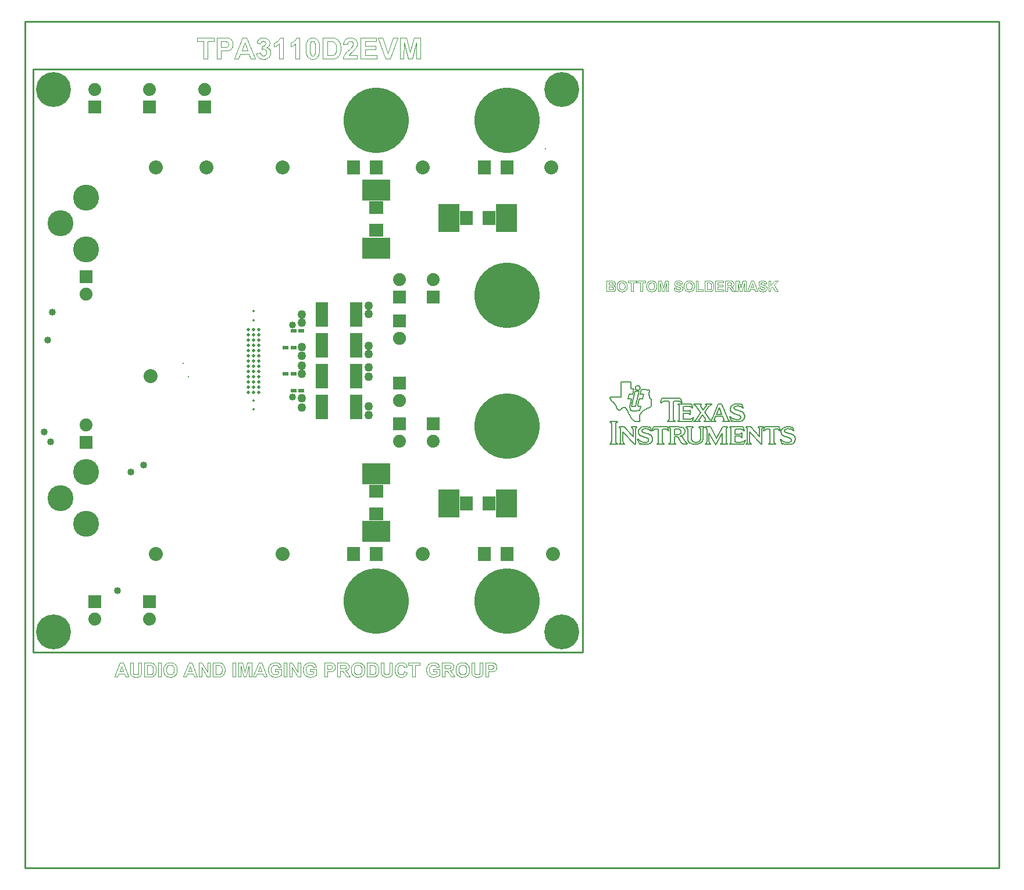
<source format=gbr>
*
G04 Job   : X:\EvmBoards\TPA3110D2\TPA3110D2EVM\PCB_Layout\TPA3110D2EVM.pcb*
G04 User  : DTA0209011:a0209011*
G04 Layer : BottomSolderMask.gbr*
G04 Date  : Thu Mar 12 13:10:41 2009*
G04 Mentor Graphics Example Gerber Output Definition*
%ICAS*%
%MOIN*%
%FSLAX24Y24*%
%OFA0.0000B0.0000*%
G90*
G74*
%AMVB_RECTANGLE*
21,1,$1,$2,0,0,$3*
%
%ADD11C,0.00394*%
%ADD12C,0.00591*%
%ADD13C,0.00984*%
%ADD10C,0.01000*%
%ADD15C,0.01300*%
%ADD14C,0.01400*%
%ADD72C,0.02000*%
%ADD16C,0.04000*%
%ADD17C,0.05000*%
%ADD21C,0.07400*%
%ADD27C,0.07500*%
%ADD22C,0.08000*%
%ADD24C,0.14900*%
%ADD25C,0.20000*%
%ADD23C,0.37500*%
%ADD20VB_RECTANGLE,0.07400X0.07400X180.00000*%
%ADD28VB_RECTANGLE,0.07500X0.07500X270.00000*%
%ADD26VB_RECTANGLE,0.03400X0.02300X0.00000*%
%ADD19VB_RECTANGLE,0.07100X0.07900X0.00000*%
%ADD18VB_RECTANGLE,0.07100X0.07900X270.00000*%
%ADD71VB_RECTANGLE,0.12205X0.16142X0.00000*%
%ADD70VB_RECTANGLE,0.12205X0.16142X270.00000*%
%ADD29VB_RECTANGLE,0.14000X0.07000X270.00000*%
G01*
G54D10*
X31496D01*
Y33465*
X0*
Y0*
G54D11*
X5187Y-1073D02*
X5076Y-775D01*
X4967Y-1073*
X5187*
X5487Y-1392D02*
X5309D01*
X5239Y-1209*
X4917*
X4850Y-1392*
X4678*
X4991Y-587*
X5165*
X5487Y-1392*
X5572Y-587D02*
X5735D01*
Y-1023*
Y-1047*
Y-1070*
Y-1090*
X5736Y-1108*
X5737Y-1124*
X5738Y-1137*
X5739Y-1148*
X5741Y-1157*
X5744Y-1169*
X5748Y-1180*
X5753Y-1191*
X5758Y-1202*
X5765Y-1211*
X5772Y-1220*
X5781Y-1228*
X5791Y-1236*
X5801Y-1243*
X5812Y-1250*
X5824Y-1254*
X5836Y-1259*
X5850Y-1262*
X5865Y-1265*
X5880*
X5897Y-1266*
X5914Y-1265*
X5930*
X5944Y-1262*
X5957Y-1259*
X5970Y-1255*
X5982Y-1250*
X5992Y-1245*
X6001Y-1238*
X6009Y-1231*
X6017Y-1223*
X6024Y-1215*
X6029Y-1206*
X6034Y-1198*
X6038Y-1188*
X6041Y-1179*
X6043Y-1169*
X6045Y-1157*
X6046Y-1145*
X6048Y-1130*
X6049Y-1114*
X6050Y-1096*
Y-1076*
Y-1055*
Y-1031*
Y-587*
X6213*
Y-1009*
Y-1045*
Y-1077*
X6212Y-1106*
X6210Y-1133*
X6208Y-1157*
X6206Y-1180*
X6203Y-1198*
X6200Y-1214*
X6192Y-1243*
X6182Y-1269*
X6168Y-1294*
X6152Y-1316*
X6132Y-1335*
X6110Y-1353*
X6085Y-1368*
X6057Y-1381*
X6042Y-1387*
X6025Y-1392*
X6007Y-1396*
X5989Y-1399*
X5969Y-1402*
X5948Y-1404*
X5925Y-1406*
X5902*
X5874*
X5848Y-1404*
X5824Y-1402*
X5801Y-1399*
X5780Y-1395*
X5761Y-1391*
X5743Y-1385*
X5728Y-1379*
X5699Y-1365*
X5674Y-1348*
X5652Y-1330*
X5633Y-1309*
X5617Y-1288*
X5605Y-1266*
X5594Y-1243*
X5587Y-1220*
X5583Y-1202*
X5580Y-1182*
X5578Y-1159*
X5576Y-1135*
X5574Y-1108*
X5572Y-1080*
Y-1049*
Y-1017*
Y-587*
X6384D02*
X6682D01*
X6706*
X6729*
X6750Y-589*
X6770Y-591*
X6789Y-593*
X6806Y-595*
X6821Y-598*
X6835Y-602*
X6853Y-608*
X6869Y-614*
X6885Y-622*
X6901Y-631*
X6916Y-641*
X6930Y-652*
X6943Y-664*
X6957Y-676*
X6980Y-705*
X7001Y-735*
X7019Y-769*
X7034Y-807*
X7039Y-827*
X7045Y-847*
X7050Y-870*
X7054Y-893*
X7056Y-917*
X7058Y-943*
X7060Y-969*
Y-997*
Y-1021*
X7058Y-1045*
X7057Y-1068*
X7054Y-1090*
X7050Y-1111*
X7046Y-1131*
X7041Y-1150*
X7035Y-1169*
X7027Y-1190*
X7018Y-1210*
X7009Y-1230*
X6998Y-1248*
X6987Y-1265*
X6976Y-1282*
X6962Y-1297*
X6949Y-1311*
X6938Y-1321*
X6926Y-1331*
X6913Y-1339*
X6899Y-1347*
X6884Y-1355*
X6869Y-1362*
X6852Y-1369*
X6835Y-1375*
X6820Y-1379*
X6806Y-1383*
X6789Y-1386*
X6772Y-1388*
X6753Y-1390*
X6733Y-1391*
X6713Y-1392*
X6691*
X6384*
Y-587*
X6547Y-723D02*
Y-1256D01*
X6669*
X6685*
X6701Y-1255*
X6715*
X6728Y-1254*
X6739Y-1253*
X6750Y-1252*
X6759Y-1250*
X6767Y-1248*
X6787Y-1243*
X6803Y-1235*
X6819Y-1226*
X6833Y-1215*
X6839Y-1209*
X6846Y-1201*
X6851Y-1193*
X6857Y-1183*
X6862Y-1173*
X6867Y-1162*
X6872Y-1150*
X6876Y-1137*
X6880Y-1123*
X6883Y-1108*
X6886Y-1091*
X6888Y-1073*
X6890Y-1054*
X6891Y-1034*
X6892Y-1013*
Y-990*
Y-967*
X6891Y-946*
X6890Y-926*
X6888Y-907*
X6886Y-890*
X6883Y-874*
X6880Y-860*
X6876Y-846*
X6867Y-823*
X6856Y-802*
X6843Y-784*
X6829Y-769*
X6813Y-756*
X6796Y-745*
X6776Y-737*
X6754Y-731*
X6745Y-729*
X6733Y-728*
X6719Y-726*
X6704Y-725*
X6686Y-724*
X6666*
X6644Y-723*
X6620*
X6547*
X7193Y-1392D02*
Y-587D01*
X7356*
Y-1392*
X7193*
X7477Y-994D02*
X7478Y-965D01*
X7480Y-935*
X7483Y-908*
X7487Y-881*
X7491Y-856*
X7498Y-832*
X7506Y-809*
X7514Y-788*
X7529Y-758*
X7546Y-730*
X7567Y-703*
X7589Y-678*
X7601Y-666*
X7613Y-655*
X7626Y-645*
X7639Y-635*
X7665Y-619*
X7693Y-605*
X7713Y-598*
X7732Y-591*
X7753Y-586*
X7774Y-581*
X7796Y-578*
X7819Y-576*
X7843Y-574*
X7867Y-573*
X7889Y-574*
X7910Y-575*
X7931Y-577*
X7952Y-580*
X7972Y-584*
X7991Y-589*
X8009Y-594*
X8028Y-601*
X8045Y-608*
X8062Y-617*
X8078Y-625*
X8094Y-635*
X8109Y-646*
X8124Y-657*
X8139Y-670*
X8152Y-683*
X8165Y-698*
X8177Y-713*
X8188Y-728*
X8199Y-744*
X8209Y-761*
X8217Y-779*
X8225Y-797*
X8232Y-816*
X8239Y-835*
X8244Y-855*
X8249Y-876*
X8253Y-898*
X8255Y-920*
X8257Y-943*
X8259Y-966*
Y-991*
Y-1014*
X8257Y-1038*
X8255Y-1061*
X8253Y-1083*
X8249Y-1104*
X8244Y-1124*
X8239Y-1145*
X8232Y-1165*
X8225Y-1183*
X8217Y-1201*
X8209Y-1218*
X8199Y-1235*
X8189Y-1251*
X8178Y-1267*
X8166Y-1281*
X8153Y-1295*
X8139Y-1309*
X8125Y-1321*
X8111Y-1333*
X8095Y-1343*
X8080Y-1354*
X8063Y-1362*
X8046Y-1371*
X8029Y-1378*
X8011Y-1384*
X7992Y-1390*
X7973Y-1394*
X7954Y-1398*
X7933Y-1402*
X7913Y-1404*
X7891Y-1405*
X7869Y-1406*
X7847Y-1405*
X7825Y-1404*
X7805Y-1402*
X7784Y-1398*
X7764Y-1394*
X7745Y-1390*
X7726Y-1384*
X7708Y-1378*
X7691Y-1371*
X7673Y-1363*
X7657Y-1354*
X7641Y-1344*
X7626Y-1333*
X7611Y-1322*
X7597Y-1309*
X7583Y-1296*
X7570Y-1282*
X7558Y-1268*
X7547Y-1252*
X7537Y-1236*
X7528Y-1220*
X7519Y-1202*
X7511Y-1184*
X7504Y-1166*
X7498Y-1146*
X7492Y-1127*
X7487Y-1106*
X7483Y-1085*
X7481Y-1064*
X7479Y-1041*
X7478Y-1018*
X7477Y-994*
X7645Y-989D02*
X7646Y-1022D01*
X7649Y-1053*
X7654Y-1082*
X7661Y-1109*
X7669Y-1134*
X7680Y-1157*
X7694Y-1177*
X7708Y-1196*
X7724Y-1213*
X7742Y-1227*
X7761Y-1239*
X7780Y-1249*
X7801Y-1257*
X7822Y-1261*
X7845Y-1265*
X7869Y-1266*
X7893Y-1265*
X7916Y-1262*
X7937Y-1257*
X7957Y-1249*
X7977Y-1239*
X7995Y-1227*
X8013Y-1213*
X8029Y-1196*
X8043Y-1178*
X8056Y-1157*
X8067Y-1134*
X8076Y-1109*
X8083Y-1082*
X8087Y-1052*
X8091Y-1020*
Y-987*
Y-954*
X8087Y-922*
X8083Y-893*
X8076Y-866*
X8068Y-842*
X8057Y-819*
X8045Y-798*
X8031Y-780*
X8015Y-765*
X7998Y-751*
X7980Y-739*
X7960Y-730*
X7939Y-722*
X7917Y-717*
X7894Y-713*
X7869*
X7844*
X7821Y-717*
X7799Y-722*
X7778Y-730*
X7758Y-739*
X7740Y-751*
X7723Y-765*
X7706Y-781*
X7692Y-800*
X7680Y-820*
X7669Y-843*
X7661Y-868*
X7654Y-894*
X7649Y-924*
X7646Y-955*
X7645Y-989*
X9126Y-1073D02*
X9015Y-775D01*
X8906Y-1073*
X9126*
X9425Y-1392D02*
X9248D01*
X9178Y-1209*
X8856*
X8789Y-1392*
X8617*
X8930Y-587*
X9103*
X9425Y-1392*
X9512D02*
Y-587D01*
X9669*
X10002Y-1128*
Y-587*
X10152*
Y-1392*
X9990*
X9662Y-862*
Y-1392*
X9512*
X9770Y34044D02*
Y35048D01*
X9411*
Y35252*
X10372*
Y35048*
X10014*
Y34044*
X9770*
X10323Y-587D02*
X10620D01*
X10645*
X10668*
X10689Y-589*
X10709Y-591*
X10728Y-593*
X10744Y-595*
X10760Y-598*
X10773Y-602*
X10791Y-608*
X10808Y-614*
X10824Y-622*
X10839Y-631*
X10854Y-641*
X10869Y-652*
X10882Y-664*
X10895Y-676*
X10919Y-705*
X10939Y-735*
X10957Y-769*
X10972Y-807*
X10978Y-827*
X10983Y-847*
X10988Y-870*
X10992Y-893*
X10994Y-917*
X10997Y-943*
X10998Y-969*
Y-997*
Y-1021*
X10997Y-1045*
X10995Y-1068*
X10992Y-1090*
X10989Y-1111*
X10984Y-1131*
X10980Y-1150*
X10974Y-1169*
X10965Y-1190*
X10957Y-1210*
X10947Y-1230*
X10937Y-1248*
X10926Y-1265*
X10914Y-1282*
X10901Y-1297*
X10887Y-1311*
X10876Y-1321*
X10865Y-1331*
X10851Y-1339*
X10838Y-1347*
X10823Y-1355*
X10807Y-1362*
X10791Y-1369*
X10773Y-1375*
X10759Y-1379*
X10744Y-1383*
X10728Y-1386*
X10710Y-1388*
X10691Y-1390*
X10672Y-1391*
X10651Y-1392*
X10629*
X10323*
Y-587*
X10486Y-723D02*
Y-1256D01*
X10607*
X10624*
X10639Y-1255*
X10654*
X10666Y-1254*
X10678Y-1253*
X10688Y-1252*
X10698Y-1250*
X10706Y-1248*
X10725Y-1243*
X10742Y-1235*
X10757Y-1226*
X10772Y-1215*
X10778Y-1209*
X10784Y-1201*
X10790Y-1193*
X10795Y-1183*
X10801Y-1173*
X10806Y-1162*
X10810Y-1150*
X10814Y-1137*
X10818Y-1123*
X10821Y-1108*
X10824Y-1091*
X10827Y-1073*
X10828Y-1054*
X10830Y-1034*
X10831Y-1013*
Y-990*
Y-967*
X10830Y-946*
X10828Y-926*
X10827Y-907*
X10824Y-890*
X10821Y-874*
X10818Y-860*
X10814Y-846*
X10806Y-823*
X10794Y-802*
X10782Y-784*
X10768Y-769*
X10752Y-756*
X10735Y-745*
X10714Y-737*
X10693Y-731*
X10683Y-729*
X10672Y-728*
X10657Y-726*
X10643Y-725*
X10624Y-724*
X10605*
X10583Y-723*
X10559*
X10486*
X10528Y34044D02*
Y35252D01*
X10919*
X10946*
X10972*
X10997Y35251*
X11020*
X11043Y35250*
X11063*
X11083Y35248*
X11102Y35247*
X11120Y35246*
X11136Y35245*
X11150Y35244*
X11165Y35241*
X11178Y35240*
X11189Y35238*
X11199Y35235*
X11208Y35234*
X11233Y35226*
X11258Y35217*
X11281Y35205*
X11304Y35191*
X11324Y35175*
X11344Y35157*
X11364Y35137*
X11382Y35115*
X11398Y35091*
X11413Y35067*
X11424Y35039*
X11434Y35011*
X11442Y34981*
X11447Y34950*
X11450Y34915*
X11452Y34880*
Y34853*
X11449Y34827*
X11446Y34802*
X11442Y34778*
X11436Y34755*
X11429Y34733*
X11421Y34712*
X11411Y34693*
X11390Y34657*
X11365Y34626*
X11338Y34598*
X11309Y34574*
X11278Y34554*
X11246Y34539*
X11215Y34526*
X11183Y34517*
X11160Y34513*
X11135Y34509*
X11107Y34507*
X11076Y34504*
X11044Y34502*
X11009Y34501*
X10971Y34500*
X10931*
X10772*
Y34044*
X10528*
X10772Y35048D02*
Y34704D01*
X10905*
X10939*
X10971Y34705*
X10999Y34706*
X11025Y34709*
X11048Y34711*
X11067Y34715*
X11083Y34718*
X11097Y34723*
X11120Y34733*
X11140Y34748*
X11157Y34763*
X11173Y34782*
X11185Y34803*
X11193Y34826*
X11199Y34850*
X11200Y34876*
Y34893*
X11198Y34908*
X11194Y34922*
X11191Y34937*
X11185Y34950*
X11179Y34963*
X11170Y34974*
X11161Y34985*
X11141Y35005*
X11119Y35020*
X11093Y35032*
X11064Y35039*
X11052Y35042*
X11037Y35043*
X11019Y35044*
X10999Y35045*
X10976Y35046*
X10950*
X10921Y35048*
X10889*
X10772*
X11444Y-1392D02*
Y-587D01*
X11607*
Y-1392*
X11444*
X11760D02*
Y-587D01*
X12004*
X12149Y-1136*
X12292Y-587*
X12536*
Y-1392*
X12386*
Y-758*
X12226Y-1392*
X12069*
X11911Y-758*
X11910Y-1392*
X11760*
X12294Y34522D02*
X12127Y34970D01*
X11963Y34522*
X12294*
X12743Y34044D02*
X12477D01*
X12372Y34318*
X11889*
X11788Y34044*
X11530*
X12000Y35252*
X12259*
X12743Y34044*
X12812Y34365D02*
X13037Y34392D01*
X13040Y34371*
X13044Y34352*
X13050Y34333*
X13057Y34317*
X13064Y34301*
X13073Y34286*
X13083Y34273*
X13094Y34261*
X13106Y34250*
X13119Y34241*
X13132Y34234*
X13146Y34227*
X13161Y34222*
X13176Y34219*
X13191Y34217*
X13208Y34216*
X13226Y34217*
X13242Y34220*
X13259Y34223*
X13274Y34229*
X13289Y34237*
X13304Y34247*
X13317Y34257*
X13330Y34270*
X13340Y34285*
X13351Y34300*
X13359Y34317*
X13366Y34334*
X13371Y34353*
X13374Y34373*
X13377Y34394*
X13378Y34417*
X13377Y34438*
X13376Y34458*
X13371Y34477*
X13366Y34495*
X13360Y34511*
X13352Y34527*
X13343Y34541*
X13331Y34555*
X13319Y34567*
X13306Y34578*
X13293Y34586*
X13279Y34593*
X13265Y34599*
X13249Y34602*
X13234Y34605*
X13217Y34606*
X13194Y34605*
X13169Y34601*
X13141Y34596*
X13111Y34588*
X13137Y34777*
X13159*
X13181Y34778*
X13201Y34782*
X13220Y34785*
X13236Y34791*
X13253Y34800*
X13267Y34808*
X13280Y34817*
X13292Y34829*
X13301Y34841*
X13311Y34854*
X13318Y34868*
X13322Y34883*
X13326Y34899*
X13328Y34915*
X13330Y34933*
X13327Y34961*
X13320Y34987*
X13309Y35011*
X13293Y35030*
X13274Y35046*
X13250Y35057*
X13226Y35064*
X13196Y35067*
X13182Y35065*
X13168Y35064*
X13155Y35061*
X13142Y35056*
X13129Y35050*
X13117Y35043*
X13106Y35035*
X13094Y35025*
X13076Y35002*
X13061Y34974*
X13051Y34941*
X13044Y34905*
X12830Y34941*
X12836Y34967*
X12843Y34993*
X12850Y35017*
X12858Y35039*
X12867Y35061*
X12876Y35081*
X12887Y35100*
X12897Y35116*
X12922Y35147*
X12952Y35174*
X12985Y35199*
X13022Y35219*
X13064Y35235*
X13107Y35247*
X13155Y35254*
X13203Y35257*
X13244Y35256*
X13285Y35250*
X13321Y35241*
X13357Y35230*
X13390Y35214*
X13422Y35195*
X13450Y35173*
X13477Y35148*
X13497Y35126*
X13515Y35102*
X13529Y35078*
X13541Y35054*
X13550Y35028*
X13557Y35002*
X13561Y34974*
X13562Y34947*
X13561Y34927*
X13560Y34908*
X13556Y34889*
X13552Y34872*
X13546Y34854*
X13537Y34836*
X13529Y34820*
X13519Y34804*
X13507Y34788*
X13494Y34774*
X13480Y34758*
X13464Y34744*
X13448Y34731*
X13429Y34718*
X13409Y34705*
X13389Y34693*
X13413Y34686*
X13437Y34678*
X13459Y34669*
X13481Y34657*
X13501Y34644*
X13520Y34628*
X13537Y34612*
X13554Y34593*
X13568Y34574*
X13581Y34553*
X13592Y34530*
X13600Y34508*
X13607Y34484*
X13612Y34459*
X13614Y34433*
X13615Y34406*
X13613Y34367*
X13608Y34330*
X13599Y34294*
X13586Y34259*
X13570Y34226*
X13550Y34195*
X13527Y34164*
X13500Y34136*
X13469Y34109*
X13437Y34086*
X13404Y34067*
X13369Y34052*
X13332Y34039*
X13293Y34031*
X13252Y34025*
X13210Y34024*
X13170Y34025*
X13131Y34030*
X13094Y34037*
X13059Y34047*
X13026Y34060*
X12995Y34077*
X12966Y34096*
X12937Y34118*
X12911Y34143*
X12889Y34169*
X12869Y34197*
X12852Y34227*
X12838Y34259*
X12826Y34292*
X12818Y34327*
X12812Y34365*
X13126Y-1073D02*
X13015Y-775D01*
X12906Y-1073*
X13126*
X13425Y-1392D02*
X13248D01*
X13178Y-1209*
X12856*
X12789Y-1392*
X12617*
X12930Y-587*
X13103*
X13425Y-1392*
X13886Y-1097D02*
Y-961D01*
X14236*
Y-1280*
X14223Y-1293*
X14208Y-1305*
X14191Y-1316*
X14174Y-1328*
X14154Y-1338*
X14134Y-1348*
X14112Y-1358*
X14088Y-1368*
X14064Y-1376*
X14039Y-1384*
X14015Y-1391*
X13991Y-1396*
X13966Y-1400*
X13941Y-1403*
X13917Y-1405*
X13891Y-1406*
X13861Y-1405*
X13831Y-1402*
X13802Y-1398*
X13773Y-1392*
X13746Y-1385*
X13720Y-1376*
X13695Y-1365*
X13671Y-1353*
X13649Y-1339*
X13628Y-1324*
X13607Y-1306*
X13589Y-1288*
X13572Y-1269*
X13557Y-1247*
X13543Y-1225*
X13530Y-1201*
X13519Y-1176*
X13509Y-1150*
X13502Y-1124*
X13494Y-1098*
X13489Y-1071*
X13486Y-1043*
X13483Y-1016*
Y-987*
Y-956*
X13486Y-926*
X13490Y-896*
X13496Y-868*
X13503Y-840*
X13513Y-814*
X13523Y-788*
X13535Y-763*
X13550Y-739*
X13565Y-717*
X13582Y-696*
X13601Y-677*
X13620Y-659*
X13643Y-643*
X13665Y-627*
X13690Y-613*
X13710Y-604*
X13731Y-596*
X13754Y-589*
X13777Y-583*
X13802Y-579*
X13828Y-576*
X13854Y-574*
X13883Y-573*
X13920Y-574*
X13954Y-577*
X13987Y-582*
X14017Y-589*
X14045Y-598*
X14071Y-609*
X14095Y-622*
X14117Y-636*
X14138Y-653*
X14156Y-671*
X14172Y-691*
X14187Y-712*
X14199Y-735*
X14210Y-758*
X14219Y-784*
X14226Y-811*
X14065Y-841*
X14060Y-827*
X14054Y-813*
X14047Y-800*
X14040Y-788*
X14031Y-776*
X14022Y-766*
X14012Y-756*
X14001Y-747*
X13988Y-739*
X13976Y-732*
X13962Y-726*
X13947Y-721*
X13932Y-717*
X13917Y-715*
X13900Y-713*
X13883*
X13857*
X13832Y-717*
X13809Y-722*
X13787Y-730*
X13767Y-739*
X13747Y-750*
X13730Y-765*
X13713Y-780*
X13698Y-798*
X13686Y-818*
X13675Y-840*
X13666Y-864*
X13659Y-890*
X13654Y-918*
X13651Y-948*
X13650Y-980*
X13651Y-1015*
X13654Y-1047*
X13659Y-1077*
X13666Y-1106*
X13676Y-1131*
X13687Y-1154*
X13699Y-1176*
X13714Y-1194*
X13731Y-1212*
X13749Y-1226*
X13768Y-1239*
X13787Y-1248*
X13809Y-1256*
X13832Y-1261*
X13856Y-1265*
X13881Y-1266*
X13906Y-1265*
X13932Y-1261*
X13957Y-1255*
X13983Y-1246*
X14009Y-1236*
X14031Y-1224*
X14053Y-1212*
X14072Y-1198*
Y-1097*
X13886*
X14351Y34044D02*
X14120D01*
Y34917*
X14088Y34887*
X14054Y34861*
X14018Y34836*
X13981Y34813*
X13944Y34791*
X13904Y34772*
X13863Y34756*
X13821Y34741*
Y34951*
X13843Y34959*
X13867Y34969*
X13891Y34980*
X13915Y34993*
X13940Y35009*
X13966Y35025*
X13991Y35043*
X14018Y35063*
X14043Y35084*
X14067Y35107*
X14088Y35129*
X14108Y35153*
X14124Y35178*
X14140Y35204*
X14153Y35230*
X14163Y35257*
X14351*
Y34044*
X14382Y-1392D02*
Y-587D01*
X14545*
Y-1392*
X14382*
X14700D02*
Y-587D01*
X14857*
X15190Y-1128*
Y-587*
X15340*
Y-1392*
X15178*
X14850Y-862*
Y-1392*
X14700*
X15290Y34044D02*
X15059D01*
Y34917*
X15027Y34887*
X14993Y34861*
X14957Y34836*
X14920Y34813*
X14883Y34791*
X14843Y34772*
X14802Y34756*
X14760Y34741*
Y34951*
X14782Y34959*
X14806Y34969*
X14830Y34980*
X14854Y34993*
X14879Y35009*
X14905Y35025*
X14930Y35043*
X14957Y35063*
X14982Y35084*
X15006Y35107*
X15027Y35129*
X15047Y35153*
X15063Y35178*
X15079Y35204*
X15092Y35230*
X15102Y35257*
X15290*
Y34044*
X15887Y-1097D02*
Y-961D01*
X16237*
Y-1280*
X16224Y-1293*
X16209Y-1305*
X16192Y-1316*
X16175Y-1328*
X16155Y-1338*
X16135Y-1348*
X16113Y-1358*
X16089Y-1368*
X16065Y-1376*
X16040Y-1384*
X16016Y-1391*
X15991Y-1396*
X15967Y-1400*
X15942Y-1403*
X15917Y-1405*
X15892Y-1406*
X15861Y-1405*
X15831Y-1402*
X15802Y-1398*
X15774Y-1392*
X15747Y-1385*
X15721Y-1376*
X15696Y-1365*
X15672Y-1353*
X15650Y-1339*
X15628Y-1324*
X15608Y-1306*
X15590Y-1288*
X15572Y-1269*
X15557Y-1247*
X15543Y-1225*
X15531Y-1201*
X15520Y-1176*
X15510Y-1150*
X15502Y-1124*
X15495Y-1098*
X15490Y-1071*
X15487Y-1043*
X15484Y-1016*
X15483Y-987*
X15484Y-956*
X15487Y-926*
X15491Y-896*
X15497Y-868*
X15504Y-840*
X15513Y-814*
X15524Y-788*
X15536Y-763*
X15550Y-739*
X15565Y-717*
X15583Y-696*
X15602Y-677*
X15621Y-659*
X15643Y-643*
X15666Y-627*
X15691Y-613*
X15711Y-604*
X15731Y-596*
X15754Y-589*
X15778Y-583*
X15802Y-579*
X15828Y-576*
X15855Y-574*
X15883Y-573*
X15920Y-574*
X15954Y-577*
X15987Y-582*
X16017Y-589*
X16046Y-598*
X16072Y-609*
X16096Y-622*
X16118Y-636*
X16139Y-653*
X16157Y-671*
X16173Y-691*
X16187Y-712*
X16200Y-735*
X16211Y-758*
X16220Y-784*
X16227Y-811*
X16065Y-841*
X16061Y-827*
X16055Y-813*
X16048Y-800*
X16041Y-788*
X16032Y-776*
X16023Y-766*
X16013Y-756*
X16002Y-747*
X15989Y-739*
X15976Y-732*
X15963Y-726*
X15948Y-721*
X15933Y-717*
X15917Y-715*
X15901Y-713*
X15883*
X15857*
X15833Y-717*
X15810Y-722*
X15788Y-730*
X15768Y-739*
X15748Y-750*
X15731Y-765*
X15714Y-780*
X15699Y-798*
X15687Y-818*
X15676Y-840*
X15667Y-864*
X15660Y-890*
X15655Y-918*
X15652Y-948*
X15651Y-980*
X15652Y-1015*
X15655Y-1047*
X15660Y-1077*
X15667Y-1106*
X15676Y-1131*
X15687Y-1154*
X15700Y-1176*
X15715Y-1194*
X15731Y-1212*
X15750Y-1226*
X15769Y-1239*
X15788Y-1248*
X15810Y-1256*
X15833Y-1261*
X15857Y-1265*
X15882Y-1266*
X15907Y-1265*
X15933Y-1261*
X15958Y-1255*
X15984Y-1246*
X16009Y-1236*
X16032Y-1224*
X16054Y-1212*
X16072Y-1198*
Y-1097*
X15887*
X16030Y35064D02*
X16008Y35063D01*
X15989Y35057*
X15970Y35049*
X15954Y35037*
X15946Y35030*
X15939Y35022*
X15931Y35011*
X15924Y35000*
X15919Y34987*
X15913Y34973*
X15907Y34958*
X15902Y34941*
X15897Y34918*
X15891Y34889*
X15888Y34857*
X15884Y34821*
X15882Y34782*
X15880Y34738*
X15878Y34691*
Y34640*
Y34588*
X15880Y34542*
X15882Y34500*
X15884Y34461*
X15887Y34426*
X15890Y34396*
X15895Y34370*
X15900Y34348*
X15906Y34330*
X15911Y34312*
X15917Y34296*
X15924Y34282*
X15931Y34269*
X15939Y34259*
X15946Y34249*
X15954Y34242*
X15970Y34230*
X15989Y34222*
X16008Y34217*
X16030Y34216*
X16050Y34217*
X16069Y34223*
X16087Y34231*
X16104Y34243*
X16112Y34250*
X16120Y34259*
X16128Y34269*
X16133Y34280*
X16139Y34293*
X16145Y34307*
X16151Y34322*
X16156Y34339*
X16161Y34363*
X16167Y34391*
X16170Y34423*
X16174Y34458*
X16176Y34497*
X16178Y34541*
X16180Y34588*
Y34640*
Y34691*
X16178Y34737*
X16176Y34780*
X16174Y34819*
X16171Y34853*
X16168Y34883*
X16163Y34909*
X16158Y34931*
X16152Y34950*
X16146Y34967*
X16141Y34984*
X16133Y34997*
X16126Y35010*
X16119Y35020*
X16112Y35030*
X16104Y35037*
X16087Y35049*
X16069Y35057*
X16050Y35063*
X16030Y35064*
Y35257D02*
X16072Y35254D01*
X16112Y35248*
X16150Y35239*
X16185Y35225*
X16219Y35208*
X16249Y35186*
X16278Y35161*
X16304Y35131*
X16318Y35113*
X16332Y35091*
X16344Y35069*
X16356Y35045*
X16366Y35019*
X16376Y34993*
X16384Y34964*
X16392Y34934*
X16399Y34902*
X16405Y34869*
X16410Y34835*
X16415Y34800*
X16418Y34762*
X16419Y34723*
X16422Y34681*
Y34640*
Y34598*
X16419Y34557*
X16417Y34517*
X16415Y34481*
X16410Y34444*
X16405Y34410*
X16399Y34377*
X16392Y34345*
X16384Y34315*
X16376Y34287*
X16365Y34260*
X16354Y34234*
X16344Y34210*
X16331Y34188*
X16318Y34167*
X16302Y34148*
X16278Y34118*
X16249Y34093*
X16219Y34072*
X16185Y34054*
X16150Y34041*
X16112Y34031*
X16072Y34026*
X16030Y34024*
X15986Y34026*
X15944Y34032*
X15907Y34043*
X15870Y34058*
X15835Y34077*
X15803Y34099*
X15772Y34128*
X15745Y34159*
X15731Y34177*
X15719Y34196*
X15707Y34217*
X15698Y34240*
X15687Y34265*
X15679Y34291*
X15670Y34318*
X15663Y34347*
X15657Y34379*
X15652Y34411*
X15647Y34445*
X15643Y34482*
X15640Y34520*
X15637Y34559*
X15636Y34600*
Y34643*
Y34684*
X15639Y34724*
X15641Y34763*
X15643Y34801*
X15648Y34836*
X15653Y34870*
X15659Y34904*
X15666Y34935*
X15674Y34965*
X15682Y34993*
X15693Y35020*
X15704Y35046*
X15714Y35070*
X15727Y35093*
X15740Y35114*
X15756Y35133*
X15780Y35162*
X15809Y35187*
X15839Y35208*
X15872Y35226*
X15908Y35239*
X15946Y35248*
X15986Y35254*
X16030Y35257*
X16626Y35252D02*
X17072D01*
X17109*
X17143Y35251*
X17175Y35248*
X17205Y35246*
X17233Y35243*
X17258Y35239*
X17281Y35234*
X17302Y35228*
X17329Y35220*
X17354Y35211*
X17377Y35199*
X17401Y35186*
X17423Y35170*
X17444Y35154*
X17465Y35136*
X17485Y35117*
X17520Y35075*
X17551Y35029*
X17578Y34978*
X17600Y34921*
X17609Y34892*
X17617Y34861*
X17624Y34827*
X17630Y34793*
X17633Y34756*
X17637Y34718*
X17639Y34678*
Y34637*
Y34600*
X17637Y34565*
X17635Y34530*
X17630Y34497*
X17625Y34465*
X17618Y34436*
X17611Y34406*
X17603Y34379*
X17590Y34347*
X17577Y34317*
X17563Y34287*
X17547Y34260*
X17531Y34234*
X17513Y34209*
X17493Y34187*
X17473Y34165*
X17456Y34150*
X17439Y34136*
X17419Y34123*
X17398Y34111*
X17376Y34099*
X17352Y34089*
X17328Y34078*
X17302Y34070*
X17280Y34064*
X17258Y34058*
X17233Y34053*
X17207Y34050*
X17179Y34047*
X17149Y34045*
X17119Y34044*
X17085*
X16626*
Y35252*
X16701Y-1392D02*
Y-587D01*
X16961*
X16980*
X16997*
X17013*
X17029*
X17044Y-588*
X17057*
X17071Y-589*
X17083Y-590*
X17095Y-591*
X17106*
X17116Y-592*
X17125Y-594*
X17134*
X17142Y-596*
X17148Y-598*
X17154*
X17171Y-604*
X17187Y-610*
X17203Y-618*
X17218Y-628*
X17231Y-638*
X17245Y-650*
X17258Y-663*
X17270Y-678*
X17281Y-694*
X17291Y-710*
X17298Y-728*
X17305Y-747*
X17310Y-767*
X17313Y-788*
X17316Y-811*
X17317Y-835*
Y-853*
X17315Y-870*
X17313Y-887*
X17310Y-902*
X17306Y-918*
X17302Y-932*
X17296Y-946*
X17290Y-959*
X17276Y-983*
X17259Y-1004*
X17241Y-1023*
X17221Y-1039*
X17201Y-1052*
X17180Y-1062*
X17159Y-1071*
X17138Y-1076*
X17122Y-1080*
X17106Y-1082*
X17087Y-1083*
X17066Y-1085*
X17045Y-1087*
X17021*
X16996Y-1088*
X16969*
X16864*
Y-1392*
X16701*
X16864Y-723D02*
Y-952D01*
X16952*
X16975*
X16996Y-951*
X17015Y-950*
X17032Y-949*
X17047Y-947*
X17060Y-945*
X17071Y-943*
X17080Y-939*
X17095Y-932*
X17109Y-923*
X17120Y-913*
X17131Y-900*
X17139Y-886*
X17144Y-871*
X17148Y-854*
X17149Y-837*
Y-826*
X17147Y-816*
X17145Y-806*
X17143Y-797*
X17139Y-788*
X17135Y-780*
X17129Y-772*
X17123Y-765*
X17109Y-751*
X17094Y-741*
X17077Y-733*
X17058Y-728*
X17050Y-727*
X17040Y-726*
X17028Y-725*
X17015Y-724*
X16999*
X16982*
X16963Y-723*
X16942*
X16864*
X16870Y35048D02*
Y34248D01*
X17052*
X17077*
X17101Y34249*
X17122*
X17141Y34250*
X17159Y34253*
X17174Y34254*
X17188Y34256*
X17200Y34260*
X17230Y34268*
X17254Y34280*
X17278Y34293*
X17299Y34309*
X17309Y34319*
X17318Y34331*
X17326Y34343*
X17335Y34357*
X17343Y34372*
X17350Y34389*
X17357Y34406*
X17363Y34426*
X17369Y34448*
X17374Y34470*
X17378Y34495*
X17382Y34522*
X17384Y34550*
X17387Y34581*
X17388Y34613*
Y34647*
Y34681*
X17387Y34713*
X17384Y34743*
X17382Y34771*
X17378Y34797*
X17374Y34821*
X17369Y34842*
X17363Y34862*
X17350Y34898*
X17333Y34928*
X17315Y34956*
X17293Y34979*
X17270Y34998*
X17244Y35015*
X17213Y35026*
X17181Y35036*
X17167Y35038*
X17149Y35041*
X17128Y35043*
X17106Y35044*
X17078Y35046*
X17049*
X17016Y35048*
X16980*
X16870*
X17451Y-1392D02*
Y-587D01*
X17793*
X17824*
X17854Y-588*
X17880Y-590*
X17905Y-592*
X17927Y-595*
X17947Y-599*
X17965Y-603*
X17981Y-609*
X17995Y-614*
X18009Y-621*
X18021Y-629*
X18033Y-639*
X18045Y-649*
X18055Y-660*
X18065Y-672*
X18074Y-686*
X18083Y-700*
X18090Y-714*
X18096Y-729*
X18101Y-745*
X18105Y-761*
X18107Y-778*
X18109Y-795*
Y-813*
Y-835*
X18106Y-856*
X18102Y-876*
X18096Y-895*
X18089Y-913*
X18080Y-931*
X18069Y-947*
X18057Y-962*
X18043Y-976*
X18027Y-989*
X18009Y-1001*
X17990Y-1010*
X17969Y-1019*
X17947Y-1026*
X17923Y-1032*
X17898Y-1037*
X17923Y-1053*
X17946Y-1069*
X17966Y-1087*
X17984Y-1105*
X17993Y-1114*
X18003Y-1126*
X18013Y-1140*
X18024Y-1155*
X18036Y-1172*
X18049Y-1191*
X18062Y-1213*
X18076Y-1235*
X18175Y-1392*
X17980*
X17864Y-1217*
X17848Y-1194*
X17835Y-1174*
X17822Y-1156*
X17811Y-1140*
X17801Y-1127*
X17792Y-1115*
X17784Y-1106*
X17778Y-1098*
X17766Y-1087*
X17754Y-1078*
X17742Y-1071*
X17729Y-1065*
X17722Y-1063*
X17714Y-1061*
X17706Y-1060*
X17695Y-1058*
X17685Y-1057*
X17673*
X17661Y-1056*
X17647*
X17614*
Y-1392*
X17451*
X17614Y-928D02*
X17734D01*
X17762*
X17787Y-927*
X17809Y-926*
X17829Y-925*
X17846Y-924*
X17860Y-922*
X17871Y-920*
X17880Y-918*
X17894Y-912*
X17906Y-904*
X17917Y-894*
X17925Y-883*
X17932Y-871*
X17938Y-857*
X17941Y-840*
X17942Y-823*
X17940Y-804*
X17936Y-787*
X17930Y-771*
X17920Y-757*
X17908Y-746*
X17894Y-737*
X17878Y-730*
X17859Y-726*
X17853Y-725*
X17844Y-724*
X17833*
X17820*
X17804*
X17785Y-723*
X17764*
X17741*
X17614*
Y-928*
X18230Y-994D02*
X18231Y-965D01*
X18232Y-935*
X18235Y-908*
X18239Y-881*
X18244Y-856*
X18250Y-832*
X18258Y-809*
X18267Y-788*
X18282Y-758*
X18299Y-730*
X18320Y-703*
X18342Y-678*
X18354Y-666*
X18366Y-655*
X18379Y-645*
X18391Y-635*
X18418Y-619*
X18446Y-605*
X18465Y-598*
X18485Y-591*
X18506Y-586*
X18527Y-581*
X18549Y-578*
X18572Y-576*
X18595Y-574*
X18620Y-573*
X18642Y-574*
X18663Y-575*
X18684Y-577*
X18705Y-580*
X18724Y-584*
X18743Y-589*
X18762Y-594*
X18780Y-601*
X18798Y-608*
X18815Y-617*
X18831Y-625*
X18847Y-635*
X18862Y-646*
X18877Y-657*
X18891Y-670*
X18905Y-683*
X18918Y-698*
X18930Y-713*
X18941Y-728*
X18952Y-744*
X18961Y-761*
X18970Y-779*
X18978Y-797*
X18985Y-816*
X18991Y-835*
X18997Y-855*
X19002Y-876*
X19006Y-898*
X19008Y-920*
X19010Y-943*
X19012Y-966*
Y-991*
Y-1014*
X19010Y-1038*
X19008Y-1061*
X19006Y-1083*
X19002Y-1104*
X18997Y-1124*
X18991Y-1145*
X18985Y-1165*
X18978Y-1183*
X18970Y-1201*
X18961Y-1218*
X18952Y-1235*
X18942Y-1251*
X18931Y-1267*
X18919Y-1281*
X18906Y-1295*
X18892Y-1309*
X18878Y-1321*
X18864Y-1333*
X18848Y-1343*
X18832Y-1354*
X18816Y-1362*
X18799Y-1371*
X18782Y-1378*
X18764Y-1384*
X18745Y-1390*
X18726Y-1394*
X18706Y-1398*
X18686Y-1402*
X18665Y-1404*
X18644Y-1405*
X18622Y-1406*
X18600Y-1405*
X18578Y-1404*
X18557Y-1402*
X18537Y-1398*
X18517Y-1394*
X18498Y-1390*
X18479Y-1384*
X18461Y-1378*
X18443Y-1371*
X18426Y-1363*
X18409Y-1354*
X18394Y-1344*
X18379Y-1333*
X18364Y-1322*
X18350Y-1309*
X18336Y-1296*
X18323Y-1282*
X18311Y-1268*
X18300Y-1252*
X18290Y-1236*
X18280Y-1220*
X18272Y-1202*
X18264Y-1184*
X18257Y-1166*
X18250Y-1146*
X18245Y-1127*
X18240Y-1106*
X18236Y-1085*
X18234Y-1064*
X18231Y-1041*
Y-1018*
X18230Y-994*
X18398Y-989D02*
Y-1022D01*
X18402Y-1053*
X18406Y-1082*
X18413Y-1109*
X18422Y-1134*
X18433Y-1157*
X18446Y-1177*
X18461Y-1196*
X18477Y-1213*
X18494Y-1227*
X18513Y-1239*
X18533Y-1249*
X18554Y-1257*
X18575Y-1261*
X18598Y-1265*
X18622Y-1266*
X18646Y-1265*
X18669Y-1262*
X18690Y-1257*
X18710Y-1249*
X18730Y-1239*
X18748Y-1227*
X18765Y-1213*
X18782Y-1196*
X18796Y-1178*
X18809Y-1157*
X18820Y-1134*
X18828Y-1109*
X18835Y-1082*
X18840Y-1052*
X18843Y-1020*
X18844Y-987*
X18843Y-954*
X18840Y-922*
X18835Y-893*
X18829Y-866*
X18820Y-842*
X18810Y-819*
X18798Y-798*
X18783Y-780*
X18768Y-765*
X18750Y-751*
X18732Y-739*
X18713Y-730*
X18691Y-722*
X18669Y-717*
X18646Y-713*
X18622*
X18597*
X18574Y-717*
X18552Y-722*
X18531Y-730*
X18511Y-739*
X18493Y-751*
X18476Y-765*
X18459Y-781*
X18445Y-800*
X18432Y-820*
X18422Y-843*
X18413Y-868*
X18406Y-894*
X18402Y-924*
X18398Y-955*
Y-989*
X18577Y34259D02*
Y34044D01*
X17766*
X17770Y34074*
X17775Y34104*
X17783Y34133*
X17792Y34162*
X17802Y34191*
X17815Y34220*
X17830Y34247*
X17845Y34275*
X17864Y34304*
X17886Y34333*
X17912Y34366*
X17943Y34402*
X17977Y34439*
X18016Y34478*
X18059Y34520*
X18105Y34565*
X18143Y34599*
X18176Y34631*
X18205Y34660*
X18231Y34686*
X18254Y34710*
X18271Y34730*
X18285Y34748*
X18297Y34762*
X18308Y34780*
X18317Y34797*
X18326Y34815*
X18333Y34833*
X18337Y34850*
X18342Y34868*
X18343Y34886*
X18344Y34904*
X18343Y34922*
X18342Y34940*
X18339Y34957*
X18334Y34972*
X18328Y34986*
X18321Y34999*
X18313Y35011*
X18303Y35023*
X18293Y35032*
X18281Y35041*
X18268Y35048*
X18254Y35054*
X18238Y35058*
X18223Y35062*
X18206Y35063*
X18187Y35064*
X18171Y35063*
X18153Y35062*
X18138Y35058*
X18122Y35054*
X18109Y35046*
X18096Y35039*
X18083Y35031*
X18073Y35020*
X18062Y35009*
X18054Y34994*
X18046Y34979*
X18039Y34963*
X18034Y34943*
X18029Y34922*
X18026Y34900*
X18023Y34875*
X17793Y34899*
X17800Y34945*
X17808Y34987*
X17821Y35026*
X17835Y35063*
X17853Y35095*
X17873Y35124*
X17897Y35150*
X17923Y35173*
X17950Y35193*
X17980Y35209*
X18011Y35224*
X18044Y35235*
X18080Y35245*
X18117Y35252*
X18154Y35256*
X18194Y35257*
X18237Y35256*
X18278Y35251*
X18317Y35243*
X18354Y35232*
X18388Y35219*
X18419Y35202*
X18448Y35182*
X18476Y35160*
X18499Y35135*
X18519Y35109*
X18537Y35081*
X18551Y35052*
X18563Y35022*
X18571Y34989*
X18576Y34956*
X18577Y34920*
X18575Y34880*
X18570Y34841*
X18561Y34802*
X18548Y34765*
X18531Y34728*
X18510Y34690*
X18485Y34651*
X18456Y34611*
X18444Y34596*
X18430Y34581*
X18414Y34563*
X18396Y34546*
X18376Y34526*
X18354Y34503*
X18330Y34481*
X18303Y34456*
X18277Y34432*
X18254Y34410*
X18232Y34391*
X18213Y34373*
X18198Y34357*
X18184Y34344*
X18173Y34332*
X18165Y34322*
X18151Y34306*
X18138Y34291*
X18127Y34274*
X18117Y34259*
X18577*
X18786Y34044D02*
Y35252D01*
X19680*
Y35048*
X19031*
Y34780*
X19635*
Y34575*
X19031*
Y34248*
X19704*
Y34044*
X18786*
X19138Y-587D02*
X19435D01*
X19460*
X19483*
X19504Y-589*
X19524Y-591*
X19543Y-593*
X19559Y-595*
X19575Y-598*
X19588Y-602*
X19606Y-608*
X19623Y-614*
X19639Y-622*
X19654Y-631*
X19669Y-641*
X19683Y-652*
X19697Y-664*
X19710Y-676*
X19734Y-705*
X19754Y-735*
X19772Y-769*
X19787Y-807*
X19793Y-827*
X19798Y-847*
X19803Y-870*
X19807Y-893*
X19809Y-917*
X19812Y-943*
X19813Y-969*
Y-997*
Y-1021*
X19812Y-1045*
X19810Y-1068*
X19807Y-1090*
X19804Y-1111*
X19799Y-1131*
X19794Y-1150*
X19789Y-1169*
X19780Y-1190*
X19772Y-1210*
X19762Y-1230*
X19752Y-1248*
X19741Y-1265*
X19729Y-1282*
X19716Y-1297*
X19702Y-1311*
X19691Y-1321*
X19680Y-1331*
X19666Y-1339*
X19653Y-1347*
X19638Y-1355*
X19622Y-1362*
X19606Y-1369*
X19588Y-1375*
X19574Y-1379*
X19559Y-1383*
X19543Y-1386*
X19525Y-1388*
X19506Y-1390*
X19487Y-1391*
X19466Y-1392*
X19444*
X19138*
Y-587*
X19301Y-723D02*
Y-1256D01*
X19422*
X19439*
X19454Y-1255*
X19469*
X19481Y-1254*
X19493Y-1253*
X19503Y-1252*
X19513Y-1250*
X19520Y-1248*
X19540Y-1243*
X19557Y-1235*
X19572Y-1226*
X19587Y-1215*
X19593Y-1209*
X19599Y-1201*
X19605Y-1193*
X19610Y-1183*
X19616Y-1173*
X19620Y-1162*
X19625Y-1150*
X19629Y-1137*
X19633Y-1123*
X19636Y-1108*
X19639Y-1091*
X19642Y-1073*
X19643Y-1054*
X19645Y-1034*
X19646Y-1013*
Y-990*
Y-967*
X19645Y-946*
X19643Y-926*
X19642Y-907*
X19639Y-890*
X19636Y-874*
X19633Y-860*
X19629Y-846*
X19620Y-823*
X19609Y-802*
X19597Y-784*
X19583Y-769*
X19567Y-756*
X19550Y-745*
X19529Y-737*
X19508Y-731*
X19498Y-729*
X19487Y-728*
X19472Y-726*
X19457Y-725*
X19439Y-724*
X19420*
X19398Y-723*
X19374*
X19301*
X19950Y-587D02*
X20113D01*
Y-1023*
Y-1047*
X20114Y-1070*
Y-1090*
X20115Y-1108*
X20116Y-1124*
X20117Y-1137*
X20118Y-1148*
X20120Y-1157*
X20123Y-1169*
X20127Y-1180*
X20131Y-1191*
X20137Y-1202*
X20143Y-1211*
X20151Y-1220*
X20160Y-1228*
X20169Y-1236*
X20180Y-1243*
X20191Y-1250*
X20202Y-1254*
X20215Y-1259*
X20229Y-1262*
X20244Y-1265*
X20259*
X20276Y-1266*
X20293Y-1265*
X20309*
X20323Y-1262*
X20336Y-1259*
X20349Y-1255*
X20361Y-1250*
X20371Y-1245*
X20380Y-1238*
X20388Y-1231*
X20396Y-1223*
X20402Y-1215*
X20408Y-1206*
X20413Y-1198*
X20417Y-1188*
X20420Y-1179*
X20422Y-1169*
X20424Y-1157*
X20425Y-1145*
X20427Y-1130*
X20428Y-1114*
Y-1096*
Y-1076*
X20429Y-1055*
Y-1031*
Y-587*
X20592*
Y-1009*
Y-1045*
X20591Y-1077*
Y-1106*
X20589Y-1133*
X20587Y-1157*
X20585Y-1180*
X20582Y-1198*
X20579Y-1214*
X20571Y-1243*
X20561Y-1269*
X20546Y-1294*
X20531Y-1316*
X20511Y-1335*
X20489Y-1353*
X20464Y-1368*
X20435Y-1381*
X20420Y-1387*
X20404Y-1392*
X20386Y-1396*
X20368Y-1399*
X20347Y-1402*
X20327Y-1404*
X20304Y-1406*
X20281*
X20253*
X20227Y-1404*
X20202Y-1402*
X20180Y-1399*
X20158Y-1395*
X20139Y-1391*
X20122Y-1385*
X20106Y-1379*
X20078Y-1365*
X20053Y-1348*
X20031Y-1330*
X20012Y-1309*
X19996Y-1288*
X19983Y-1266*
X19973Y-1243*
X19966Y-1220*
X19962Y-1202*
X19959Y-1182*
X19957Y-1159*
X19954Y-1135*
X19953Y-1108*
X19951Y-1080*
X19950Y-1049*
Y-1017*
Y-587*
X20219Y34044D02*
X19788Y35252D01*
X20052*
X20358Y34358*
X20652Y35252*
X20912*
X20482Y34044*
X20219*
X21034D02*
Y35252D01*
X21400*
X21617Y34428*
X21832Y35252*
X22198*
Y34044*
X21973*
Y34994*
X21733Y34044*
X21498*
X21261Y34994*
X21259Y34044*
X21034*
X21280Y-1094D02*
X21437Y-1145D01*
X21428Y-1177*
X21416Y-1207*
X21403Y-1235*
X21389Y-1260*
X21373Y-1283*
X21356Y-1305*
X21337Y-1324*
X21317Y-1342*
X21294Y-1357*
X21272Y-1369*
X21246Y-1380*
X21220Y-1390*
X21194Y-1397*
X21165Y-1402*
X21134Y-1405*
X21102Y-1406*
X21083Y-1405*
X21063Y-1404*
X21044Y-1402*
X21026Y-1398*
X21008Y-1394*
X20991Y-1390*
X20973Y-1384*
X20957Y-1378*
X20940Y-1371*
X20924Y-1363*
X20909Y-1354*
X20894Y-1344*
X20880Y-1333*
X20865Y-1322*
X20852Y-1309*
X20839Y-1296*
X20826Y-1282*
X20814Y-1268*
X20804Y-1252*
X20794Y-1236*
X20784Y-1220*
X20776Y-1202*
X20769Y-1185*
X20761Y-1166*
X20755Y-1147*
X20750Y-1128*
X20746Y-1107*
X20742Y-1087*
X20739Y-1065*
X20737Y-1043*
X20736Y-1020*
X20735Y-997*
X20736Y-972*
X20737Y-948*
X20739Y-924*
X20742Y-902*
X20746Y-880*
X20750Y-858*
X20755Y-838*
X20761Y-818*
X20769Y-799*
X20776Y-780*
X20784Y-763*
X20794Y-746*
X20804Y-729*
X20815Y-713*
X20827Y-698*
X20839Y-684*
X20853Y-671*
X20866Y-658*
X20880Y-646*
X20895Y-636*
X20910Y-626*
X20926Y-617*
X20943Y-609*
X20959Y-601*
X20976Y-594*
X20994Y-589*
X21013Y-584*
X21031Y-580*
X21051Y-577*
X21071Y-575*
X21091Y-574*
X21113Y-573*
X21148Y-575*
X21183Y-579*
X21215Y-586*
X21246Y-595*
X21276Y-608*
X21302Y-623*
X21328Y-640*
X21352Y-661*
X21365Y-675*
X21378Y-690*
X21390Y-706*
X21400Y-724*
X21410Y-743*
X21419Y-764*
X21428Y-786*
X21435Y-809*
X21274Y-848*
X21270Y-833*
X21265Y-818*
X21259Y-805*
X21252Y-792*
X21244Y-780*
X21235Y-769*
X21225Y-758*
X21214Y-749*
X21203Y-740*
X21191Y-733*
X21178Y-727*
X21165Y-722*
X21150Y-718*
X21135Y-715*
X21120Y-713*
X21104*
X21083*
X21061Y-717*
X21042Y-722*
X21023Y-728*
X21006Y-738*
X20989Y-749*
X20973Y-761*
X20959Y-777*
X20946Y-794*
X20935Y-814*
X20925Y-836*
X20917Y-861*
X20911Y-888*
X20906Y-917*
X20904Y-950*
X20903Y-984*
X20904Y-1021*
X20906Y-1055*
X20911Y-1087*
X20917Y-1115*
X20924Y-1141*
X20934Y-1164*
X20945Y-1184*
X20958Y-1202*
X20972Y-1217*
X20987Y-1230*
X21004Y-1241*
X21021Y-1250*
X21039Y-1257*
X21059Y-1262*
X21080Y-1265*
X21101Y-1266*
X21117Y-1265*
X21132Y-1264*
X21147Y-1261*
X21161Y-1256*
X21175Y-1250*
X21188Y-1243*
X21201Y-1235*
X21213Y-1225*
X21224Y-1213*
X21234Y-1201*
X21244Y-1187*
X21253Y-1172*
X21261Y-1154*
X21268Y-1136*
X21274Y-1116*
X21280Y-1094*
X21759Y-1392D02*
Y-723D01*
X21520*
Y-587*
X22161*
Y-723*
X21922*
Y-1392*
X21759*
X22951Y-1097D02*
Y-961D01*
X23302*
Y-1280*
X23288Y-1293*
X23273Y-1305*
X23257Y-1316*
X23239Y-1328*
X23220Y-1338*
X23199Y-1348*
X23177Y-1358*
X23154Y-1368*
X23129Y-1376*
X23105Y-1384*
X23080Y-1391*
X23056Y-1396*
X23031Y-1400*
X23006Y-1403*
X22982Y-1405*
X22957Y-1406*
X22926Y-1405*
X22896Y-1402*
X22867Y-1398*
X22839Y-1392*
X22812Y-1385*
X22786Y-1376*
X22761Y-1365*
X22736Y-1353*
X22714Y-1339*
X22693Y-1324*
X22672Y-1306*
X22654Y-1288*
X22637Y-1269*
X22622Y-1247*
X22608Y-1225*
X22595Y-1201*
X22584Y-1176*
X22575Y-1150*
X22567Y-1124*
X22560Y-1098*
X22554Y-1071*
X22551Y-1043*
X22549Y-1016*
X22548Y-987*
X22549Y-956*
X22551Y-926*
X22555Y-896*
X22561Y-868*
X22569Y-840*
X22578Y-814*
X22588Y-788*
X22601Y-763*
X22615Y-739*
X22630Y-717*
X22647Y-696*
X22666Y-677*
X22686Y-659*
X22708Y-643*
X22731Y-627*
X22755Y-613*
X22776Y-604*
X22796Y-596*
X22819Y-589*
X22843Y-583*
X22867Y-579*
X22893Y-576*
X22920Y-574*
X22948Y-573*
X22985Y-574*
X23019Y-577*
X23052Y-582*
X23082Y-589*
X23110Y-598*
X23136Y-609*
X23161Y-622*
X23183Y-636*
X23203Y-653*
X23221Y-671*
X23238Y-691*
X23252Y-712*
X23265Y-735*
X23276Y-758*
X23284Y-784*
X23291Y-811*
X23130Y-841*
X23125Y-827*
X23120Y-813*
X23113Y-800*
X23106Y-788*
X23097Y-776*
X23087Y-766*
X23077Y-756*
X23066Y-747*
X23054Y-739*
X23041Y-732*
X23028Y-726*
X23013Y-721*
X22998Y-717*
X22982Y-715*
X22965Y-713*
X22948*
X22922*
X22898Y-717*
X22875Y-722*
X22853Y-730*
X22832Y-739*
X22813Y-750*
X22795Y-765*
X22779Y-780*
X22764Y-798*
X22751Y-818*
X22740Y-840*
X22731Y-864*
X22724Y-890*
X22720Y-918*
X22717Y-948*
X22716Y-980*
X22717Y-1015*
X22720Y-1047*
X22724Y-1077*
X22731Y-1106*
X22741Y-1131*
X22752Y-1154*
X22765Y-1176*
X22780Y-1194*
X22796Y-1212*
X22814Y-1226*
X22833Y-1239*
X22853Y-1248*
X22875Y-1256*
X22898Y-1261*
X22921Y-1265*
X22946Y-1266*
X22972Y-1265*
X22998Y-1261*
X23023Y-1255*
X23049Y-1246*
X23074Y-1236*
X23097Y-1224*
X23118Y-1212*
X23137Y-1198*
Y-1097*
X22951*
X23453Y-1392D02*
Y-587D01*
X23794*
X23826*
X23855Y-588*
X23882Y-590*
X23906Y-592*
X23928Y-595*
X23949Y-599*
X23967Y-603*
X23983Y-609*
X23997Y-614*
X24010Y-621*
X24023Y-629*
X24035Y-639*
X24046Y-649*
X24057Y-660*
X24067Y-672*
X24076Y-686*
X24084Y-700*
X24091Y-714*
X24098Y-729*
X24102Y-745*
X24106Y-761*
X24109Y-778*
X24110Y-795*
X24111Y-813*
X24110Y-835*
X24108Y-856*
X24104Y-876*
X24098Y-895*
X24091Y-913*
X24081Y-931*
X24070Y-947*
X24058Y-962*
X24044Y-976*
X24028Y-989*
X24010Y-1001*
X23991Y-1010*
X23971Y-1019*
X23949Y-1026*
X23924Y-1032*
X23899Y-1037*
X23924Y-1053*
X23947Y-1069*
X23968Y-1087*
X23986Y-1105*
X23994Y-1114*
X24005Y-1126*
X24015Y-1140*
X24026Y-1155*
X24038Y-1172*
X24050Y-1191*
X24064Y-1213*
X24078Y-1235*
X24176Y-1392*
X23982*
X23865Y-1217*
X23850Y-1194*
X23836Y-1174*
X23824Y-1156*
X23813Y-1140*
X23802Y-1127*
X23794Y-1115*
X23786Y-1106*
X23780Y-1098*
X23768Y-1087*
X23756Y-1078*
X23743Y-1071*
X23731Y-1065*
X23724Y-1063*
X23716Y-1061*
X23707Y-1060*
X23697Y-1058*
X23687Y-1057*
X23675*
X23662Y-1056*
X23649*
X23616*
Y-1392*
X23453*
X23616Y-928D02*
X23735D01*
X23764*
X23788Y-927*
X23811Y-926*
X23831Y-925*
X23847Y-924*
X23861Y-922*
X23872Y-920*
X23881Y-918*
X23895Y-912*
X23907Y-904*
X23918Y-894*
X23927Y-883*
X23934Y-871*
X23939Y-857*
X23943Y-840*
Y-823*
X23942Y-804*
X23938Y-787*
X23931Y-771*
X23922Y-757*
X23909Y-746*
X23895Y-737*
X23880Y-730*
X23861Y-726*
X23854Y-725*
X23846Y-724*
X23835*
X23821*
X23806*
X23787Y-723*
X23765*
X23743*
X23616*
Y-928*
X24231Y-994D02*
X24232Y-965D01*
X24234Y-935*
X24237Y-908*
X24241Y-881*
X24246Y-856*
X24252Y-832*
X24260Y-809*
X24269Y-788*
X24283Y-758*
X24301Y-730*
X24321Y-703*
X24343Y-678*
X24355Y-666*
X24368Y-655*
X24380Y-645*
X24393Y-635*
X24420Y-619*
X24447Y-605*
X24467Y-598*
X24487Y-591*
X24507Y-586*
X24528Y-581*
X24550Y-578*
X24573Y-576*
X24597Y-574*
X24621Y-573*
X24643Y-574*
X24665Y-575*
X24686Y-577*
X24706Y-580*
X24726Y-584*
X24745Y-589*
X24764Y-594*
X24782Y-601*
X24799Y-608*
X24817Y-617*
X24832Y-625*
X24849Y-635*
X24864Y-646*
X24879Y-657*
X24893Y-670*
X24906Y-683*
X24920Y-698*
X24931Y-713*
X24943Y-728*
X24954Y-744*
X24963Y-761*
X24972Y-779*
X24980Y-797*
X24987Y-816*
X24993Y-835*
X24998Y-855*
X25003Y-876*
X25007Y-898*
X25009Y-920*
X25012Y-943*
X25013Y-966*
Y-991*
Y-1014*
X25012Y-1038*
X25009Y-1061*
X25007Y-1083*
X25003Y-1104*
X24998Y-1124*
X24993Y-1145*
X24987Y-1165*
X24980Y-1183*
X24972Y-1201*
X24963Y-1218*
X24954Y-1235*
X24943Y-1251*
X24932Y-1267*
X24920Y-1281*
X24907Y-1295*
X24894Y-1309*
X24880Y-1321*
X24865Y-1333*
X24850Y-1343*
X24834Y-1354*
X24817Y-1362*
X24801Y-1371*
X24783Y-1378*
X24765Y-1384*
X24746Y-1390*
X24728Y-1394*
X24708Y-1398*
X24687Y-1402*
X24667Y-1404*
X24646Y-1405*
X24624Y-1406*
X24602Y-1405*
X24580Y-1404*
X24559Y-1402*
X24539Y-1398*
X24518Y-1394*
X24499Y-1390*
X24480Y-1384*
X24462Y-1378*
X24445Y-1371*
X24428Y-1363*
X24411Y-1354*
X24395Y-1344*
X24380Y-1333*
X24365Y-1322*
X24351Y-1309*
X24338Y-1296*
X24324Y-1282*
X24313Y-1268*
X24302Y-1252*
X24291Y-1236*
X24282Y-1220*
X24273Y-1202*
X24265Y-1184*
X24258Y-1166*
X24252Y-1146*
X24246Y-1127*
X24242Y-1106*
X24238Y-1085*
X24235Y-1064*
X24233Y-1041*
X24232Y-1018*
X24231Y-994*
X24399Y-989D02*
X24400Y-1022D01*
X24403Y-1053*
X24408Y-1082*
X24415Y-1109*
X24424Y-1134*
X24435Y-1157*
X24448Y-1177*
X24462Y-1196*
X24479Y-1213*
X24496Y-1227*
X24515Y-1239*
X24535Y-1249*
X24555Y-1257*
X24576Y-1261*
X24599Y-1265*
X24624Y-1266*
X24647Y-1265*
X24670Y-1262*
X24691Y-1257*
X24712Y-1249*
X24731Y-1239*
X24750Y-1227*
X24767Y-1213*
X24783Y-1196*
X24798Y-1178*
X24810Y-1157*
X24821Y-1134*
X24830Y-1109*
X24837Y-1082*
X24842Y-1052*
X24845Y-1020*
X24846Y-987*
X24845Y-954*
X24842Y-922*
X24837Y-893*
X24831Y-866*
X24822Y-842*
X24812Y-819*
X24799Y-798*
X24785Y-780*
X24769Y-765*
X24752Y-751*
X24734Y-739*
X24714Y-730*
X24693Y-722*
X24671Y-717*
X24648Y-713*
X24624*
X24598*
X24576Y-717*
X24554Y-722*
X24532Y-730*
X24513Y-739*
X24494Y-751*
X24477Y-765*
X24461Y-781*
X24446Y-800*
X24434Y-820*
X24424Y-843*
X24415Y-868*
X24408Y-894*
X24403Y-924*
X24400Y-955*
X24399Y-989*
X25139Y-587D02*
X25302D01*
Y-1023*
Y-1047*
X25303Y-1070*
Y-1090*
X25304Y-1108*
X25305Y-1124*
X25306Y-1137*
X25307Y-1148*
X25309Y-1157*
X25312Y-1169*
X25316Y-1180*
X25320Y-1191*
X25326Y-1202*
X25332Y-1211*
X25340Y-1220*
X25349Y-1228*
X25358Y-1236*
X25369Y-1243*
X25380Y-1250*
X25391Y-1254*
X25404Y-1259*
X25418Y-1262*
X25433Y-1265*
X25448*
X25465Y-1266*
X25482Y-1265*
X25498*
X25512Y-1262*
X25525Y-1259*
X25538Y-1255*
X25550Y-1250*
X25560Y-1245*
X25569Y-1238*
X25577Y-1231*
X25585Y-1223*
X25591Y-1215*
X25597Y-1206*
X25602Y-1198*
X25606Y-1188*
X25609Y-1179*
X25611Y-1169*
X25613Y-1157*
X25614Y-1145*
X25616Y-1130*
X25617Y-1114*
Y-1096*
Y-1076*
X25618Y-1055*
Y-1031*
Y-587*
X25781*
Y-1009*
Y-1045*
X25780Y-1077*
Y-1106*
X25778Y-1133*
X25776Y-1157*
X25774Y-1180*
X25771Y-1198*
X25768Y-1214*
X25760Y-1243*
X25750Y-1269*
X25735Y-1294*
X25720Y-1316*
X25700Y-1335*
X25678Y-1353*
X25653Y-1368*
X25624Y-1381*
X25609Y-1387*
X25593Y-1392*
X25575Y-1396*
X25557Y-1399*
X25536Y-1402*
X25516Y-1404*
X25493Y-1406*
X25470*
X25442*
X25416Y-1404*
X25391Y-1402*
X25369Y-1399*
X25347Y-1395*
X25328Y-1391*
X25311Y-1385*
X25295Y-1379*
X25267Y-1365*
X25242Y-1348*
X25220Y-1330*
X25201Y-1309*
X25185Y-1288*
X25172Y-1266*
X25162Y-1243*
X25155Y-1220*
X25151Y-1202*
X25148Y-1182*
X25146Y-1159*
X25143Y-1135*
X25142Y-1108*
X25140Y-1080*
X25139Y-1049*
Y-1017*
Y-587*
X25954Y-1392D02*
Y-587D01*
X26214*
X26232*
X26250*
X26266*
X26282*
X26297Y-588*
X26310*
X26324Y-589*
X26336Y-590*
X26348Y-591*
X26359*
X26369Y-592*
X26378Y-594*
X26387*
X26394Y-596*
X26401Y-598*
X26407*
X26424Y-604*
X26440Y-610*
X26456Y-618*
X26471Y-628*
X26484Y-638*
X26498Y-650*
X26511Y-663*
X26523Y-678*
X26534Y-694*
X26543Y-710*
X26551Y-728*
X26557Y-747*
X26563Y-767*
X26566Y-788*
X26569Y-811*
Y-835*
Y-853*
X26568Y-870*
X26565Y-887*
X26563Y-902*
X26559Y-918*
X26554Y-932*
X26549Y-946*
X26543Y-959*
X26528Y-983*
X26512Y-1004*
X26494Y-1023*
X26474Y-1039*
X26454Y-1052*
X26432Y-1062*
X26412Y-1071*
X26391Y-1076*
X26375Y-1080*
X26358Y-1082*
X26339Y-1083*
X26319Y-1085*
X26298Y-1087*
X26274*
X26249Y-1088*
X26222*
X26117*
Y-1392*
X25954*
X26117Y-723D02*
Y-952D01*
X26205*
X26228*
X26249Y-951*
X26268Y-950*
X26285Y-949*
X26300Y-947*
X26313Y-945*
X26324Y-943*
X26333Y-939*
X26348Y-932*
X26361Y-923*
X26373Y-913*
X26383Y-900*
X26391Y-886*
X26397Y-871*
X26401Y-854*
X26402Y-837*
Y-826*
X26400Y-816*
X26398Y-806*
X26395Y-797*
X26391Y-788*
X26387Y-780*
X26382Y-772*
X26376Y-765*
X26362Y-751*
X26347Y-741*
X26330Y-733*
X26311Y-728*
X26303Y-727*
X26293Y-726*
X26281Y-725*
X26268Y-724*
X26252*
X26235*
X26216Y-723*
X26194*
X26117*
X32887Y21312D02*
X33128D01*
X33146*
X33162Y21311*
X33177*
X33191Y21310*
X33204*
X33215Y21308*
X33225Y21307*
X33235Y21306*
X33252Y21302*
X33269Y21297*
X33284Y21290*
X33298Y21281*
X33312Y21271*
X33324Y21259*
X33335Y21246*
X33345Y21231*
X33352Y21215*
X33358Y21197*
X33362Y21179*
X33363Y21160*
Y21150*
X33362Y21140*
X33360Y21130*
X33357Y21119*
X33354Y21110*
X33350Y21101*
X33345Y21091*
X33340Y21082*
X33328Y21066*
X33313Y21052*
X33297Y21039*
X33279Y21029*
X33292Y21025*
X33304Y21020*
X33316Y21014*
X33327Y21008*
X33337Y21000*
X33347Y20993*
X33355Y20984*
X33363Y20974*
X33370Y20965*
X33376Y20954*
X33381Y20944*
X33386Y20932*
X33388Y20920*
X33391Y20909*
X33392Y20896*
X33393Y20883*
Y20873*
X33391Y20863*
X33390Y20853*
X33388Y20843*
X33385Y20832*
X33382Y20822*
X33378Y20813*
X33374Y20803*
X33363Y20785*
X33351Y20768*
X33337Y20753*
X33321Y20740*
X33303Y20730*
X33284Y20722*
X33263Y20716*
X33239Y20712*
X33235Y20711*
X33230*
X33225*
X33218Y20710*
X33212*
X33204*
X33196*
X33187Y20709*
X33178*
X33168*
X33156Y20708*
X33145*
X33133*
X33120*
X33106*
X33092*
X32887*
Y21312*
X33009Y20972D02*
Y20810D01*
X33122*
X33138*
X33152*
X33165Y20811*
X33176*
X33185*
X33194Y20812*
X33200Y20813*
X33205Y20814*
X33218Y20817*
X33230Y20822*
X33241Y20829*
X33250Y20838*
X33257Y20848*
X33263Y20860*
X33266Y20874*
X33267Y20889*
X33266Y20902*
X33263Y20915*
X33259Y20925*
X33254Y20935*
X33246Y20944*
X33237Y20952*
X33227Y20958*
X33215Y20963*
X33208Y20965*
X33200Y20967*
X33189Y20968*
X33176Y20969*
X33162Y20971*
X33145*
X33127Y20972*
X33107*
X33009*
Y21212D02*
Y21072D01*
X33088*
X33106*
X33121*
X33135*
X33146Y21073*
X33156*
X33165*
X33172Y21074*
X33177*
X33192Y21077*
X33205Y21082*
X33217Y21088*
X33227Y21096*
X33234Y21105*
X33240Y21117*
X33243Y21129*
X33244Y21143*
X33243Y21156*
X33241Y21169*
X33236Y21179*
X33229Y21189*
X33220Y21196*
X33210Y21202*
X33197Y21207*
X33183Y21209*
X33178Y21210*
X33170*
X33160Y21211*
X33148*
X33134*
X33117Y21212*
X33099*
X33079*
X33009*
X33471Y21006D02*
Y21029D01*
X33472Y21050*
X33475Y21071*
X33478Y21091*
X33481Y21110*
X33486Y21128*
X33492Y21145*
X33498Y21161*
X33510Y21183*
X33523Y21205*
X33538Y21225*
X33554Y21244*
X33563Y21252*
X33573Y21261*
X33582Y21268*
X33592Y21275*
X33612Y21288*
X33632Y21298*
X33647Y21304*
X33662Y21308*
X33677Y21313*
X33693Y21316*
X33710Y21319*
X33727Y21320*
X33745Y21321*
X33763Y21322*
X33779Y21321*
X33795*
X33811Y21319*
X33827Y21317*
X33841Y21314*
X33856Y21310*
X33870Y21306*
X33883Y21301*
X33896Y21296*
X33909Y21290*
X33921Y21283*
X33934Y21275*
X33945Y21267*
X33956Y21259*
X33967Y21249*
X33977Y21239*
X33987Y21229*
X33996Y21218*
X34004Y21206*
X34012Y21194*
X34019Y21181*
X34026Y21168*
X34032Y21154*
X34037Y21140*
X34042Y21125*
X34046Y21111*
X34049Y21095*
X34052Y21079*
X34054Y21062*
X34056Y21045*
X34057Y21027*
Y21009*
Y20991*
X34056Y20974*
X34054Y20956*
X34052Y20940*
X34049Y20924*
X34046Y20909*
X34042Y20893*
X34037Y20879*
X34032Y20865*
X34026Y20851*
X34019Y20838*
X34012Y20825*
X34004Y20814*
X33996Y20802*
X33987Y20791*
X33977Y20781*
X33967Y20770*
X33957Y20761*
X33946Y20752*
X33934Y20744*
X33922Y20737*
X33910Y20730*
X33898Y20724*
X33885Y20719*
X33871Y20714*
X33857Y20710*
X33843Y20706*
X33828Y20703*
X33813Y20701*
X33797Y20699*
X33781Y20698*
X33765*
X33748*
X33732Y20699*
X33716Y20701*
X33701Y20703*
X33686Y20706*
X33671Y20710*
X33657Y20714*
X33644Y20719*
X33631Y20724*
X33618Y20730*
X33605Y20737*
X33593Y20744*
X33582Y20752*
X33571Y20760*
X33560Y20770*
X33550Y20780*
X33540Y20791*
X33531Y20801*
X33523Y20813*
X33515Y20825*
X33508Y20837*
X33502Y20850*
X33496Y20864*
X33491Y20877*
X33486Y20892*
X33482Y20907*
X33478Y20922*
X33475Y20938*
X33474Y20954*
X33472Y20971*
X33471Y20988*
Y21006*
X33596Y21010D02*
X33597Y20985D01*
X33599Y20962*
X33603Y20941*
X33608Y20920*
X33615Y20902*
X33623Y20884*
X33633Y20869*
X33644Y20855*
X33656Y20843*
X33669Y20832*
X33683Y20823*
X33698Y20815*
X33713Y20809*
X33729Y20806*
X33746Y20803*
X33765Y20802*
X33782Y20803*
X33800Y20805*
X33815Y20809*
X33831Y20815*
X33846Y20823*
X33859Y20832*
X33872Y20843*
X33885Y20855*
X33895Y20869*
X33905Y20884*
X33913Y20902*
X33919Y20920*
X33925Y20941*
X33928Y20963*
X33931Y20987*
Y21012*
Y21037*
X33928Y21060*
X33925Y21082*
X33920Y21102*
X33913Y21121*
X33906Y21138*
X33896Y21153*
X33886Y21167*
X33874Y21179*
X33861Y21189*
X33847Y21197*
X33833Y21205*
X33817Y21210*
X33800Y21215*
X33783Y21217*
X33765Y21218*
X33746Y21217*
X33729Y21214*
X33712Y21210*
X33696Y21205*
X33681Y21197*
X33668Y21189*
X33655Y21178*
X33642Y21166*
X33632Y21152*
X33622Y21137*
X33615Y21120*
X33608Y21101*
X33603Y21081*
X33599Y21059*
X33597Y21036*
X33596Y21010*
X34289Y20708D02*
Y21210D01*
X34110*
Y21312*
X34590*
Y21210*
X34411*
Y20708*
X34289*
X34805D02*
Y21210D01*
X34625*
Y21312*
X35106*
Y21210*
X34927*
Y20708*
X34805*
X35158Y21006D02*
X35159Y21029D01*
X35160Y21050*
X35163Y21071*
X35165Y21091*
X35169Y21110*
X35174Y21128*
X35180Y21145*
X35186Y21161*
X35197Y21183*
X35210Y21205*
X35226Y21225*
X35242Y21244*
X35251Y21252*
X35261Y21261*
X35270Y21268*
X35279Y21275*
X35300Y21288*
X35320Y21298*
X35335Y21304*
X35350Y21308*
X35365Y21313*
X35381Y21316*
X35398Y21319*
X35415Y21320*
X35432Y21321*
X35451Y21322*
X35467Y21321*
X35483*
X35499Y21319*
X35514Y21317*
X35529Y21314*
X35543Y21310*
X35558Y21306*
X35571Y21301*
X35584Y21296*
X35597Y21290*
X35609Y21283*
X35621Y21275*
X35633Y21267*
X35644Y21259*
X35654Y21249*
X35664Y21239*
X35675Y21229*
X35683Y21218*
X35692Y21206*
X35700Y21194*
X35707Y21181*
X35713Y21168*
X35719Y21154*
X35725Y21140*
X35729Y21125*
X35734Y21111*
X35737Y21095*
X35740Y21079*
X35742Y21062*
X35744Y21045*
X35745Y21027*
Y21009*
Y20991*
X35744Y20974*
X35742Y20956*
X35740Y20940*
X35737Y20924*
X35734Y20909*
X35729Y20893*
X35725Y20879*
X35719Y20865*
X35713Y20851*
X35707Y20838*
X35700Y20825*
X35692Y20814*
X35684Y20802*
X35675Y20791*
X35665Y20781*
X35655Y20770*
X35644Y20761*
X35634Y20752*
X35622Y20744*
X35610Y20737*
X35598Y20730*
X35585Y20724*
X35572Y20719*
X35559Y20714*
X35545Y20710*
X35530Y20706*
X35516Y20703*
X35500Y20701*
X35485Y20699*
X35469Y20698*
X35452*
X35436*
X35419Y20699*
X35404Y20701*
X35389Y20703*
X35373Y20706*
X35359Y20710*
X35345Y20714*
X35331Y20719*
X35318Y20724*
X35305Y20730*
X35293Y20737*
X35281Y20744*
X35270Y20752*
X35259Y20760*
X35248Y20770*
X35238Y20780*
X35228Y20791*
X35219Y20801*
X35211Y20813*
X35203Y20825*
X35196Y20837*
X35190Y20850*
X35184Y20864*
X35178Y20877*
X35174Y20892*
X35170Y20907*
X35166Y20922*
X35163Y20938*
X35161Y20954*
X35160Y20971*
X35159Y20988*
X35158Y21006*
X35284Y21010D02*
X35285Y20985D01*
X35287Y20962*
X35291Y20941*
X35296Y20920*
X35302Y20902*
X35311Y20884*
X35321Y20869*
X35331Y20855*
X35344Y20843*
X35357Y20832*
X35371Y20823*
X35386Y20815*
X35401Y20809*
X35417Y20806*
X35434Y20803*
X35452Y20802*
X35470Y20803*
X35487Y20805*
X35503Y20809*
X35519Y20815*
X35533Y20823*
X35547Y20832*
X35560Y20843*
X35572Y20855*
X35583Y20869*
X35592Y20884*
X35601Y20902*
X35607Y20920*
X35613Y20941*
X35616Y20963*
X35618Y20987*
X35619Y21012*
X35618Y21037*
X35616Y21060*
X35613Y21082*
X35608Y21102*
X35601Y21121*
X35594Y21138*
X35584Y21153*
X35574Y21167*
X35562Y21179*
X35549Y21189*
X35535Y21197*
X35520Y21205*
X35504Y21210*
X35488Y21215*
X35471Y21217*
X35452Y21218*
X35434Y21217*
X35416Y21214*
X35400Y21210*
X35384Y21205*
X35369Y21197*
X35356Y21189*
X35343Y21178*
X35330Y21166*
X35320Y21152*
X35310Y21137*
X35302Y21120*
X35296Y21101*
X35291Y21081*
X35287Y21059*
X35285Y21036*
X35284Y21010*
X35839Y20708D02*
Y21312D01*
X36022*
X36130Y20900*
X36238Y21312*
X36421*
Y20708*
X36308*
Y21183*
X36188Y20708*
X36071*
X35952Y21183*
X35951Y20708*
X35839*
X36746Y20903D02*
X36865Y20915D01*
X36868Y20900*
X36872Y20887*
X36876Y20875*
X36881Y20863*
X36887Y20853*
X36893Y20843*
X36900Y20835*
X36908Y20827*
X36917Y20821*
X36926Y20815*
X36936Y20810*
X36947Y20806*
X36958Y20804*
X36970Y20801*
X36983Y20800*
X36997Y20799*
X37011Y20800*
X37024Y20801*
X37036Y20803*
X37048Y20805*
X37059Y20809*
X37068Y20814*
X37077Y20818*
X37085Y20824*
X37092Y20831*
X37098Y20837*
X37103Y20844*
X37107Y20851*
X37111Y20858*
X37113Y20867*
X37114Y20874*
X37115Y20883*
X37114Y20893*
X37112Y20902*
X37108Y20911*
X37102Y20919*
X37095Y20926*
X37085Y20933*
X37073Y20939*
X37059Y20945*
X37052Y20947*
X37045Y20950*
X37035Y20952*
X37023Y20955*
X37010Y20959*
X36996Y20963*
X36979Y20967*
X36961Y20972*
X36938Y20978*
X36916Y20985*
X36896Y20991*
X36878Y20999*
X36862Y21007*
X36847Y21014*
X36834Y21023*
X36824Y21031*
X36811Y21044*
X36800Y21058*
X36790Y21072*
X36782Y21087*
X36776Y21102*
X36772Y21119*
X36769Y21135*
X36768Y21153*
X36769Y21165*
X36770Y21176*
X36772Y21187*
X36775Y21198*
X36778Y21209*
X36783Y21219*
X36788Y21229*
X36794Y21240*
X36801Y21249*
X36809Y21259*
X36817Y21267*
X36826Y21275*
X36836Y21282*
X36847Y21289*
X36858Y21295*
X36870Y21301*
X36882Y21306*
X36896Y21310*
X36909Y21314*
X36924Y21317*
X36939Y21319*
X36955Y21321*
X36971*
X36988Y21322*
X37016Y21321*
X37042Y21319*
X37066Y21315*
X37088Y21310*
X37109Y21303*
X37127Y21294*
X37144Y21284*
X37160Y21272*
X37173Y21259*
X37185Y21245*
X37195Y21230*
X37203Y21214*
X37210Y21197*
X37215Y21179*
X37218Y21159*
X37220Y21139*
X37098Y21134*
X37095Y21145*
X37093Y21156*
X37089Y21165*
X37085Y21174*
X37081Y21181*
X37076Y21189*
X37071Y21195*
X37064Y21200*
X37058Y21205*
X37050Y21209*
X37041Y21213*
X37032Y21216*
X37022Y21218*
X37011Y21220*
X37000*
X36987Y21221*
X36974Y21220*
X36962*
X36951Y21218*
X36939Y21216*
X36929Y21212*
X36921Y21209*
X36912Y21205*
X36904Y21199*
X36899Y21196*
X36895Y21192*
X36892Y21187*
X36889Y21183*
X36888Y21178*
X36886Y21173*
X36885Y21167*
Y21161*
X36886Y21151*
X36889Y21142*
X36895Y21133*
X36903Y21125*
X36909Y21120*
X36918Y21115*
X36929Y21110*
X36942Y21105*
X36957Y21100*
X36974Y21095*
X36994Y21090*
X37014Y21085*
X37036Y21079*
X37056Y21074*
X37075Y21069*
X37092Y21063*
X37108Y21057*
X37122Y21052*
X37135Y21046*
X37146Y21041*
X37166Y21029*
X37185Y21014*
X37200Y20998*
X37213Y20980*
X37219Y20969*
X37224Y20959*
X37228Y20948*
X37231Y20936*
X37234Y20923*
X37235Y20911*
X37237Y20897*
Y20883*
Y20870*
X37235Y20858*
X37233Y20845*
X37230Y20833*
X37226Y20821*
X37221Y20809*
X37215Y20798*
X37208Y20786*
X37200Y20775*
X37192Y20765*
X37183Y20755*
X37173Y20746*
X37163Y20739*
X37151Y20731*
X37140Y20724*
X37127Y20719*
X37113Y20713*
X37099Y20709*
X37084Y20706*
X37068Y20702*
X37050Y20700*
X37033Y20698*
X37014Y20697*
X36996*
X36968*
X36942Y20700*
X36917Y20704*
X36894Y20710*
X36873Y20717*
X36854Y20726*
X36836Y20737*
X36820Y20749*
X36805Y20763*
X36792Y20779*
X36781Y20796*
X36771Y20814*
X36762Y20834*
X36755Y20856*
X36750Y20879*
X36746Y20903*
X37315Y21006D02*
X37316Y21029D01*
X37317Y21050*
X37319Y21071*
X37322Y21091*
X37326Y21110*
X37330Y21128*
X37336Y21145*
X37343Y21161*
X37354Y21183*
X37367Y21205*
X37382Y21225*
X37399Y21244*
X37408Y21252*
X37417Y21261*
X37427Y21268*
X37436Y21275*
X37456Y21288*
X37477Y21298*
X37492Y21304*
X37506Y21308*
X37522Y21313*
X37538Y21316*
X37554Y21319*
X37571Y21320*
X37589Y21321*
X37607Y21322*
X37624Y21321*
X37640*
X37656Y21319*
X37671Y21317*
X37686Y21314*
X37700Y21310*
X37714Y21306*
X37728Y21301*
X37741Y21296*
X37754Y21290*
X37766Y21283*
X37778Y21275*
X37789Y21267*
X37800Y21259*
X37811Y21249*
X37821Y21239*
X37831Y21229*
X37840Y21218*
X37848Y21206*
X37857Y21194*
X37864Y21181*
X37870Y21168*
X37876Y21154*
X37881Y21140*
X37886Y21125*
X37890Y21111*
X37894Y21095*
X37897Y21079*
X37899Y21062*
X37900Y21045*
X37901Y21027*
Y21009*
Y20991*
X37900Y20974*
X37899Y20956*
X37897Y20940*
X37894Y20924*
X37890Y20909*
X37886Y20893*
X37881Y20879*
X37876Y20865*
X37870Y20851*
X37864Y20838*
X37857Y20825*
X37849Y20814*
X37841Y20802*
X37832Y20791*
X37822Y20781*
X37812Y20770*
X37801Y20761*
X37790Y20752*
X37779Y20744*
X37767Y20737*
X37754Y20730*
X37742Y20724*
X37729Y20719*
X37715Y20714*
X37701Y20710*
X37687Y20706*
X37672Y20703*
X37657Y20701*
X37642Y20699*
X37626Y20698*
X37609*
X37593*
X37576Y20699*
X37561Y20701*
X37545Y20703*
X37530Y20706*
X37516Y20710*
X37502Y20714*
X37488Y20719*
X37475Y20724*
X37462Y20730*
X37450Y20737*
X37438Y20744*
X37427Y20752*
X37415Y20760*
X37405Y20770*
X37395Y20780*
X37385Y20791*
X37376Y20801*
X37368Y20813*
X37360Y20825*
X37353Y20837*
X37346Y20850*
X37340Y20864*
X37335Y20877*
X37330Y20892*
X37326Y20907*
X37323Y20922*
X37320Y20938*
X37318Y20954*
X37316Y20971*
Y20988*
X37315Y21006*
X37441Y21010D02*
Y20985D01*
X37444Y20962*
X37447Y20941*
X37453Y20920*
X37459Y20902*
X37467Y20884*
X37477Y20869*
X37488Y20855*
X37500Y20843*
X37513Y20832*
X37528Y20823*
X37542Y20815*
X37558Y20809*
X37574Y20806*
X37591Y20803*
X37609Y20802*
X37627Y20803*
X37644Y20805*
X37660Y20809*
X37675Y20815*
X37690Y20823*
X37704Y20832*
X37717Y20843*
X37729Y20855*
X37740Y20869*
X37749Y20884*
X37757Y20902*
X37764Y20920*
X37769Y20941*
X37773Y20963*
X37775Y20987*
X37776Y21012*
X37775Y21037*
X37773Y21060*
X37769Y21082*
X37764Y21102*
X37758Y21121*
X37750Y21138*
X37741Y21153*
X37730Y21167*
X37718Y21179*
X37705Y21189*
X37692Y21197*
X37677Y21205*
X37661Y21210*
X37645Y21215*
X37627Y21217*
X37609Y21218*
X37590Y21217*
X37573Y21214*
X37557Y21210*
X37541Y21205*
X37526Y21197*
X37512Y21189*
X37499Y21178*
X37487Y21166*
X37476Y21152*
X37467Y21137*
X37459Y21120*
X37453Y21101*
X37447Y21081*
X37444Y21059*
X37441Y21036*
Y21010*
X38000Y20708D02*
Y21307D01*
X38122*
Y20810*
X38425*
Y20708*
X38000*
X38512Y21312D02*
X38735D01*
X38753*
X38770Y21311*
X38786Y21310*
X38801Y21309*
X38815Y21307*
X38827Y21306*
X38839Y21303*
X38849Y21300*
X38863Y21296*
X38875Y21291*
X38887Y21285*
X38899Y21279*
X38910Y21271*
X38921Y21263*
X38931Y21254*
X38941Y21245*
X38959Y21223*
X38974Y21200*
X38988Y21175*
X38999Y21147*
X39003Y21132*
X39007Y21117*
X39011Y21099*
X39013Y21082*
X39015Y21064*
X39017Y21045*
X39018Y21025*
Y21004*
Y20986*
X39017Y20968*
X39016Y20951*
X39013Y20935*
X39011Y20919*
X39008Y20904*
X39004Y20889*
X39000Y20876*
X38993Y20860*
X38987Y20844*
X38980Y20830*
X38972Y20816*
X38964Y20803*
X38955Y20791*
X38945Y20779*
X38935Y20769*
X38927Y20761*
X38918Y20754*
X38908Y20747*
X38898Y20742*
X38887Y20736*
X38875Y20730*
X38862Y20725*
X38849Y20721*
X38839Y20718*
X38827Y20715*
X38815Y20713*
X38802Y20711*
X38788Y20710*
X38773Y20708*
X38758*
X38741*
X38512*
Y21312*
X38634Y21210D02*
Y20810D01*
X38725*
X38737*
X38749Y20811*
X38760*
X38769*
X38778Y20812*
X38786Y20813*
X38793Y20814*
X38799Y20816*
X38813Y20820*
X38826Y20826*
X38838Y20832*
X38848Y20841*
X38853Y20845*
X38858Y20851*
X38862Y20857*
X38866Y20864*
X38870Y20872*
X38874Y20880*
X38877Y20889*
X38880Y20899*
X38883Y20910*
X38885Y20921*
X38888Y20933*
X38889Y20947*
X38891Y20961*
X38892Y20977*
Y20993*
Y21010*
Y21027*
Y21043*
X38891Y21057*
X38889Y21072*
X38888Y21085*
X38885Y21096*
X38883Y21107*
X38880Y21117*
X38874Y21135*
X38865Y21150*
X38856Y21164*
X38845Y21176*
X38833Y21185*
X38820Y21193*
X38805Y21199*
X38789Y21204*
X38782Y21205*
X38773Y21206*
X38763Y21207*
X38751Y21208*
X38738Y21209*
X38723*
X38706Y21210*
X38689*
X38634*
X39122Y20708D02*
Y21312D01*
X39569*
Y21210*
X39244*
Y21076*
X39547*
Y20974*
X39244*
Y20810*
X39581*
Y20708*
X39122*
X39685D02*
Y21312D01*
X39941*
X39965*
X39987Y21311*
X40007Y21310*
X40025Y21308*
X40042Y21306*
X40057Y21303*
X40071Y21300*
X40082Y21295*
X40093Y21291*
X40103Y21286*
X40113Y21280*
X40121Y21273*
X40130Y21265*
X40138Y21257*
X40146Y21248*
X40152Y21238*
X40159Y21227*
X40164Y21216*
X40169Y21205*
X40172Y21193*
X40175Y21181*
X40177Y21169*
X40178Y21156*
X40179Y21143*
X40178Y21126*
X40176Y21110*
X40173Y21095*
X40169Y21081*
X40163Y21067*
X40156Y21054*
X40148Y21042*
X40139Y21030*
X40128Y21020*
X40117Y21010*
X40103Y21001*
X40089Y20994*
X40074Y20988*
X40057Y20982*
X40039Y20978*
X40020Y20974*
X40039Y20962*
X40056Y20950*
X40071Y20937*
X40085Y20923*
X40091Y20916*
X40099Y20907*
X40107Y20897*
X40115Y20886*
X40124Y20873*
X40133Y20858*
X40143Y20843*
X40154Y20825*
X40228Y20708*
X40082*
X39994Y20840*
X39983Y20856*
X39973Y20871*
X39963Y20885*
X39955Y20897*
X39947Y20907*
X39941Y20916*
X39935Y20923*
X39930Y20928*
X39921Y20936*
X39912Y20944*
X39903Y20949*
X39893Y20953*
X39888Y20955*
X39882Y20956*
X39876Y20957*
X39868Y20958*
X39860Y20959*
X39851*
X39842Y20960*
X39832*
X39807*
Y20708*
X39685*
X39807Y21056D02*
X39897D01*
X39918*
X39937Y21057*
X39954*
X39968Y21058*
X39981Y21059*
X39991Y21060*
X40000Y21062*
X40006Y21063*
X40017Y21068*
X40026Y21074*
X40034Y21081*
X40040Y21089*
X40046Y21099*
X40050Y21109*
X40052Y21122*
X40053Y21135*
X40052Y21149*
X40049Y21162*
X40044Y21174*
X40037Y21184*
X40027Y21193*
X40017Y21199*
X40005Y21205*
X39991Y21207*
X39986Y21208*
X39980Y21209*
X39971*
X39961*
X39950*
X39935Y21210*
X39919*
X39902*
X39807*
Y21056*
X40293Y20708D02*
Y21312D01*
X40476*
X40584Y20900*
X40692Y21312*
X40875*
Y20708*
X40762*
Y21183*
X40642Y20708*
X40525*
X40406Y21183*
X40405Y20708*
X40293*
X41317Y20947D02*
X41234Y21171D01*
X41152Y20947*
X41317*
X41542Y20708D02*
X41409D01*
X41356Y20845*
X41115*
X41064Y20708*
X40935*
X41170Y21312*
X41300*
X41542Y20708*
X41575Y20903D02*
X41694Y20915D01*
X41697Y20900*
X41700Y20887*
X41705Y20875*
X41710Y20863*
X41716Y20853*
X41722Y20843*
X41729Y20835*
X41737Y20827*
X41746Y20821*
X41755Y20815*
X41765Y20810*
X41775Y20806*
X41787Y20804*
X41799Y20801*
X41812Y20800*
X41826Y20799*
X41840Y20800*
X41853Y20801*
X41865Y20803*
X41877Y20805*
X41888Y20809*
X41897Y20814*
X41906Y20818*
X41914Y20824*
X41921Y20831*
X41927Y20837*
X41932Y20844*
X41936Y20851*
X41940Y20858*
X41942Y20867*
X41943Y20874*
X41944Y20883*
X41943Y20893*
X41941Y20902*
X41937Y20911*
X41931Y20919*
X41924Y20926*
X41914Y20933*
X41902Y20939*
X41888Y20945*
X41881Y20947*
X41874Y20950*
X41863Y20952*
X41852Y20955*
X41839Y20959*
X41825Y20963*
X41808Y20967*
X41790Y20972*
X41767Y20978*
X41745Y20985*
X41725Y20991*
X41707Y20999*
X41690Y21007*
X41676Y21014*
X41663Y21023*
X41653Y21031*
X41640Y21044*
X41628Y21058*
X41619Y21072*
X41611Y21087*
X41605Y21102*
X41601Y21119*
X41598Y21135*
X41597Y21153*
X41598Y21165*
X41599Y21176*
X41601Y21187*
X41604Y21198*
X41607Y21209*
X41612Y21219*
X41617Y21229*
X41623Y21240*
X41630Y21249*
X41638Y21259*
X41646Y21267*
X41655Y21275*
X41665Y21282*
X41676Y21289*
X41687Y21295*
X41699Y21301*
X41711Y21306*
X41725Y21310*
X41738Y21314*
X41753Y21317*
X41768Y21319*
X41784Y21321*
X41800*
X41817Y21322*
X41845Y21321*
X41871Y21319*
X41895Y21315*
X41917Y21310*
X41938Y21303*
X41956Y21294*
X41973Y21284*
X41989Y21272*
X42002Y21259*
X42014Y21245*
X42024Y21230*
X42032Y21214*
X42039Y21197*
X42044Y21179*
X42047Y21159*
X42049Y21139*
X41927Y21134*
X41924Y21145*
X41922Y21156*
X41918Y21165*
X41914Y21174*
X41910Y21181*
X41905Y21189*
X41900Y21195*
X41893Y21200*
X41887Y21205*
X41879Y21209*
X41870Y21213*
X41861Y21216*
X41851Y21218*
X41840Y21220*
X41829*
X41816Y21221*
X41803Y21220*
X41791*
X41780Y21218*
X41768Y21216*
X41758Y21212*
X41750Y21209*
X41741Y21205*
X41733Y21199*
X41728Y21196*
X41724Y21192*
X41721Y21187*
X41718Y21183*
X41716Y21178*
X41715Y21173*
X41714Y21167*
X41713Y21161*
X41715Y21151*
X41718Y21142*
X41724Y21133*
X41732Y21125*
X41738Y21120*
X41747Y21115*
X41758Y21110*
X41771Y21105*
X41786Y21100*
X41803Y21095*
X41823Y21090*
X41843Y21085*
X41865Y21079*
X41885Y21074*
X41904Y21069*
X41921Y21063*
X41937Y21057*
X41951Y21052*
X41964Y21046*
X41975Y21041*
X41995Y21029*
X42013Y21014*
X42029Y20998*
X42042Y20980*
X42048Y20969*
X42052Y20959*
X42057Y20948*
X42060Y20936*
X42063Y20923*
X42064Y20911*
X42065Y20897*
X42066Y20883*
X42065Y20870*
X42064Y20858*
X42062Y20845*
X42059Y20833*
X42055Y20821*
X42050Y20809*
X42044Y20798*
X42037Y20786*
X42029Y20775*
X42021Y20765*
X42012Y20755*
X42002Y20746*
X41992Y20739*
X41980Y20731*
X41969Y20724*
X41956Y20719*
X41942Y20713*
X41928Y20709*
X41913Y20706*
X41897Y20702*
X41879Y20700*
X41862Y20698*
X41843Y20697*
X41825*
X41797*
X41771Y20700*
X41746Y20704*
X41723Y20710*
X41702Y20717*
X41683Y20726*
X41664Y20737*
X41649Y20749*
X41634Y20763*
X41621Y20779*
X41610Y20796*
X41600Y20814*
X41591Y20834*
X41584Y20856*
X41579Y20879*
X41575Y20903*
X42171Y20708D02*
Y21312D01*
X42293*
Y21044*
X42539Y21312*
X42703*
X42475Y21076*
X42716Y20708*
X42557*
X42391Y20991*
X42293Y20890*
Y20708*
X42171*
G54D12*
X33162Y13102D02*
X33156Y13153D01*
X33140Y13194*
X33112Y13219*
X33071Y13231*
Y13260*
X33502*
Y13231*
X33461Y13216*
X33433Y13191*
X33414Y13153*
X33408Y13102*
Y12107*
X33414Y12057*
X33433Y12019*
X33461Y11991*
X33502Y11978*
Y11950*
X33071*
Y11978*
X33093Y11981*
X33112Y11991*
X33128Y12000*
X33140Y12016*
X33150Y12035*
X33156Y12057*
X33159Y12079*
X33162Y12107*
Y13102*
X34510Y14983D02*
X34743D01*
X34551Y14132*
X34324*
X34510Y14983*
X34529Y11937D02*
X34491D01*
X33824Y12646*
Y12107*
X33827Y12057*
X33846Y12019*
X33874Y11991*
X33912Y11978*
Y11950*
X33603*
Y11978*
X33641Y11994*
X33669Y12019*
X33685Y12060*
X33691Y12107*
Y12781*
X33685Y12831*
X33669Y12866*
X33641Y12894*
X33603Y12910*
Y12935*
X33887*
X34397Y12378*
Y12778*
X34391Y12828*
X34375Y12866*
X34346Y12894*
X34309Y12910*
Y12935*
X34617*
Y12910*
X34580Y12894*
X34551Y12866*
X34532Y12828*
X34529Y12778*
Y11937*
X34671Y15301D02*
X34699D01*
X34724Y15294*
X34746Y15285*
X34765Y15269*
X34778Y15254*
X34787Y15231*
X34794Y15206*
X34797Y15178*
X34794Y15146*
X34787Y15121*
X34778Y15099*
X34765Y15080*
X34746Y15068*
X34724Y15058*
X34699Y15052*
X34671Y15049*
X34639Y15052*
X34614Y15058*
X34592Y15068*
X34573Y15080*
X34557Y15099*
X34548Y15121*
X34542Y15146*
X34539Y15178*
X34542Y15206*
X34548Y15231*
X34557Y15254*
X34573Y15269*
X34592Y15285*
X34614Y15294*
X34639Y15301*
X34671*
X34872Y15083D02*
X34951D01*
X35024Y15080*
X35093Y15077*
X35153Y15071*
X35206Y15065*
X35254Y15055*
X35298Y15046*
X35332Y15033*
X35329Y14986*
Y14945*
X35326Y14907*
Y14879*
X35323Y14854*
Y14835*
Y14822*
Y14816*
Y14759*
X35329Y14709*
X35339Y14668*
X35351Y14630*
X35370Y14598*
X35392Y14576*
X35417Y14557*
X35449Y14545*
X35458Y14444*
Y14343*
X35452Y14271*
X35443Y14205*
X35433Y14142*
X35420Y14088*
X35339Y14057*
X35260Y14028*
X35200Y14000*
X35140Y13965*
X35077Y13931*
X35017Y13890*
X34957Y13843*
X34907Y13798*
X34863Y13748*
X34828Y13701*
X34800Y13650*
X34781Y13600*
X34769Y13550*
X34765Y13499*
X34769Y13436*
X34778Y13376*
X34791Y13326*
X34809Y13279*
X34772Y13257*
X34728Y13244*
X34683Y13241*
X34633*
X34576Y13247*
X34517Y13263*
X34463Y13288*
X34413Y13323*
X34362Y13367*
X34315Y13420*
X34268Y13480*
X34227Y13553*
X34145Y13723*
X34063Y13893*
X34041Y13931*
X34019Y13965*
X33997Y13994*
X33975Y14019*
X33953Y14038*
X33931Y14050*
X33906Y14057*
X33880Y14060*
X33846Y14057*
X33811Y14041*
X33776Y14016*
X33745Y13981*
X33713Y13943*
X33682Y13918*
X33654Y13902*
X33625Y13899*
X33603*
X33584Y13906*
X33562Y13915*
X33543Y13931*
X33524Y13946*
X33506Y13969*
X33487Y13994*
X33468Y14025*
X33452Y14060*
X33430Y14104*
X33405Y14157*
X33373Y14217*
X33367Y14230*
X33357Y14243*
X33342Y14261*
X33323Y14283*
X33301Y14306*
X33276Y14334*
X33244Y14365*
X33213Y14400*
X33184Y14428*
X33159Y14457*
X33137Y14485*
X33118Y14517*
X33106Y14548*
X33093Y14580*
X33087Y14611*
X33080Y14646*
X33704*
Y15531*
X34290*
Y15159*
X34312Y15140*
X34340Y15128*
X34381Y15115*
X34428Y15106*
X34365Y14809*
X34176*
X34113Y14545*
X34302*
X34236Y14220*
X34224Y14154*
X34217Y14094*
Y14044*
X34227Y13997*
X34239Y13959*
X34258Y13928*
X34280Y13899*
X34306Y13874*
X34334Y13858*
X34369Y13846*
X34409Y13836*
X34450*
X34526Y13839*
X34605Y13852*
X34687Y13871*
X34769Y13899*
X34828Y14129*
X34809Y14126*
X34787Y14123*
X34759Y14120*
X34724*
X34696Y14126*
X34677Y14139*
X34671Y14164*
X34674Y14198*
X34753Y14545*
X34942*
X34998Y14809*
X34809*
X34872Y15083*
X35093Y12954D02*
X35150Y12951D01*
X35203Y12945*
X35260Y12932*
X35313Y12917*
X35329*
X35335Y12923*
X35345Y12942*
X35351Y12948*
X35367Y12954*
X35439Y12715*
X35411Y12706*
X35383Y12737*
X35351Y12762*
X35320Y12784*
X35282Y12803*
X35241Y12819*
X35200Y12828*
X35156Y12835*
X35106*
X35061*
X35020Y12828*
X34986Y12819*
X34957Y12806*
X34935Y12787*
X34923Y12769*
X34913Y12743*
X34910Y12715*
Y12696*
X34920Y12680*
X34932Y12665*
X34948Y12649*
X34970Y12633*
X34998Y12620*
X35030Y12608*
X35068Y12598*
X35124Y12580*
X35175Y12564*
X35222Y12548*
X35260Y12535*
X35294Y12526*
X35323Y12513*
X35342Y12507*
X35357Y12498*
X35395Y12476*
X35427Y12450*
X35455Y12422*
X35477Y12391*
X35493Y12359*
X35506Y12321*
X35515Y12283*
Y12243*
Y12205*
X35509Y12170*
X35502Y12139*
X35490Y12110*
X35474Y12082*
X35455Y12057*
X35436Y12035*
X35411Y12013*
X35383Y11997*
X35351Y11981*
X35317Y11969*
X35279Y11956*
X35238Y11946*
X35194Y11943*
X35146Y11937*
X35093*
X35030Y11940*
X34964Y11946*
X34894Y11956*
X34822Y11972*
X34813Y11975*
X34803Y11972*
X34797Y11962*
X34791Y11950*
X34781Y11943*
X34762Y11937*
X34658Y12224*
X34690Y12236*
X34728Y12195*
X34769Y12157*
X34809Y12126*
X34857Y12101*
X34907Y12079*
X34961Y12066*
X35017Y12057*
X35077Y12054*
X35128Y12057*
X35172Y12063*
X35206Y12072*
X35238Y12088*
X35260Y12107*
X35279Y12129*
X35288Y12157*
X35291Y12189*
X35288Y12211*
X35282Y12230*
X35269Y12249*
X35254Y12268*
X35231Y12283*
X35206Y12299*
X35175Y12312*
X35140Y12324*
X35077Y12343*
X35024Y12359*
X34976Y12375*
X34939Y12387*
X34907Y12400*
X34882Y12406*
X34866Y12413*
X34857Y12419*
X34819Y12441*
X34787Y12463*
X34762Y12491*
X34740Y12520*
X34724Y12554*
X34712Y12589*
X34706Y12627*
X34702Y12665*
X34706Y12696*
X34709Y12728*
X34718Y12756*
X34731Y12784*
X34750Y12809*
X34769Y12831*
X34794Y12854*
X34819Y12876*
X34882Y12910*
X34945Y12935*
X35017Y12948*
X35093Y12954*
X35855Y12740D02*
X35852Y12775D01*
X35843Y12800*
X35827Y12813*
X35805Y12819*
X35742*
X35691Y12813*
X35654Y12809*
X35622Y12800*
X35600Y12787*
X35572Y12765*
X35543Y12737*
X35512Y12702*
X35483Y12709*
X35562Y12935*
X36375*
X36450Y12709*
X36428Y12702*
X36397Y12737*
X36365Y12765*
X36340Y12787*
X36318Y12800*
X36290Y12809*
X36252Y12813*
X36202Y12819*
X36142*
X36117Y12813*
X36098Y12800*
X36085Y12775*
X36082Y12740*
Y12107*
X36088Y12057*
X36104Y12019*
X36132Y11991*
X36173Y11978*
Y11950*
X35767*
Y11978*
X35808Y11994*
X35833Y12022*
X35852Y12060*
X35855Y12107*
Y12740*
X36712Y13417D02*
Y13389D01*
X36718Y13364*
X36724Y13342*
X36734Y13326*
X36750Y13310*
X36765Y13298*
X36784Y13291*
X36806Y13285*
Y13260*
X36378*
Y13285*
X36397Y13291*
X36416Y13298*
X36428Y13310*
X36441Y13326*
X36450Y13342*
X36457Y13364*
X36463Y13389*
Y13417*
Y14365*
X36457Y14391*
X36441Y14406*
X36413Y14416*
X36375Y14422*
X36331*
X36293Y14419*
X36258*
X36227*
X36198Y14416*
X36173Y14413*
X36154Y14409*
X36135Y14406*
X36098Y14397*
X36060Y14381*
X36028Y14359*
X36000Y14331*
X35978Y14340*
X36054Y14570*
X37124*
X37200Y14340*
X37172Y14331*
X37146Y14359*
X37115Y14381*
X37080Y14397*
X37043Y14406*
X37027Y14409*
X37005Y14413*
X36980Y14416*
X36951Y14419*
X36920*
X36885*
X36847Y14422*
X36806*
X36765Y14416*
X36734Y14406*
X36718Y14391*
X36712Y14365*
Y13417*
X36765Y12494D02*
X36904D01*
X36961Y12498*
X37008Y12504*
X37049Y12517*
X37083Y12535*
X37109Y12561*
X37128Y12589*
X37137Y12624*
X37143Y12661*
X37140Y12699*
X37131Y12731*
X37112Y12756*
X37090Y12778*
X37061Y12797*
X37027Y12809*
X36983Y12816*
X36935Y12819*
X36838*
X36806Y12813*
X36781Y12800*
X36769Y12775*
X36765Y12740*
Y12494*
X36967Y13260D02*
Y13285D01*
X37008Y13301*
X37033Y13329*
X37052Y13370*
X37055Y13420*
Y14091*
X37052Y14142*
X37033Y14180*
X37008Y14205*
X36967Y14217*
Y14246*
X37735*
X37808Y14038*
X37783Y14025*
X37764Y14047*
X37739Y14069*
X37710Y14088*
X37682Y14101*
X37650Y14113*
X37616Y14123*
X37578Y14126*
X37537Y14129*
X37348*
X37317Y14123*
X37294Y14110*
X37282Y14088*
X37276Y14057*
Y13839*
X37531*
X37559*
X37584Y13843*
X37606Y13849*
X37625Y13858*
X37638Y13868*
X37650Y13880*
X37657Y13896*
X37663Y13912*
X37688*
Y13647*
X37663*
X37657Y13663*
X37650Y13676*
X37638Y13688*
X37625Y13698*
X37606Y13704*
X37584Y13710*
X37559Y13713*
X37531*
X37276*
Y13452*
X37279Y13427*
X37282Y13408*
X37288Y13395*
X37294Y13389*
X37317Y13380*
X37348Y13376*
X37581*
X37625Y13380*
X37663Y13383*
X37701Y13392*
X37735Y13402*
X37767Y13417*
X37795Y13436*
X37820Y13455*
X37843Y13480*
X37865Y13471*
X37789Y13260*
X36967*
X36998Y12935D02*
X37083Y12932D01*
X37159Y12920*
X37222Y12901*
X37276Y12872*
X37313Y12838*
X37342Y12794*
X37361Y12743*
X37367Y12683*
X37361Y12636*
X37348Y12592*
X37329Y12554*
X37298Y12520*
X37260Y12491*
X37216Y12466*
X37159Y12447*
X37096Y12431*
X37131Y12416*
X37162Y12394*
X37194Y12369*
X37228Y12340*
X37257Y12306*
X37288Y12268*
X37320Y12224*
X37348Y12173*
X37373Y12132*
X37398Y12098*
X37420Y12066*
X37443Y12041*
X37465Y12022*
X37487Y12006*
X37506Y11997*
X37524*
Y11972*
X37493Y11959*
X37461Y11950*
X37427Y11943*
X37392*
X37354*
X37317Y11950*
X37285Y11959*
X37250Y11969*
X37222Y11984*
X37194Y12006*
X37169Y12028*
X37146Y12054*
X37115Y12113*
X37087Y12170*
X37058Y12220*
X37033Y12268*
X37017Y12296*
X36998Y12318*
X36983Y12334*
X36964Y12350*
X36942Y12362*
X36923Y12372*
X36901Y12375*
X36879Y12378*
X36765*
Y12107*
X36769Y12057*
X36787Y12019*
X36816Y11991*
X36854Y11978*
Y11950*
X36457*
Y11978*
X36494Y11991*
X36523Y12019*
X36539Y12057*
X36545Y12107*
Y12778*
X36539Y12828*
X36523Y12866*
X36494Y12894*
X36457Y12910*
Y12935*
X36998*
X38293Y13735D02*
X38009Y14110D01*
X37975Y14154*
X37937Y14186*
X37902Y14208*
X37865Y14217*
Y14246*
X38324*
Y14217*
X38299Y14214*
X38280Y14202*
X38271Y14186*
X38265Y14164*
X38271Y14135*
X38290Y14104*
X38422Y13906*
X38583Y14123*
X38595Y14139*
X38602Y14157*
X38605Y14170*
X38602Y14186*
X38595Y14198*
X38586Y14208*
X38570Y14214*
X38551Y14217*
Y14246*
X38917*
Y14217*
X38869Y14205*
X38828Y14186*
X38787Y14154*
X38750Y14113*
X38513Y13795*
X38791Y13392*
X38825Y13351*
X38863Y13313*
X38872Y13326*
X38882Y13339*
X38894Y13357*
X38907Y13380*
X38923Y13405*
X38939Y13430*
X38954Y13461*
X38973Y13496*
X39291Y14246*
X39477*
X39833Y13398*
X39855Y13354*
X39883Y13323*
X39918Y13298*
X39959Y13285*
Y13257*
X39531*
Y13285*
X39562Y13288*
X39581Y13301*
X39594Y13320*
X39600Y13348*
X39594Y13373*
X39584Y13405*
X39531Y13537*
X39121*
X39065Y13398*
X39058Y13373*
X39055Y13348*
X39061Y13320*
X39074Y13301*
X39096Y13288*
X39128Y13285*
Y13257*
X38488*
Y13285*
X38517Y13288*
X38535Y13298*
X38548Y13317*
X38551Y13339*
X38548Y13370*
X38529Y13405*
X38378Y13613*
X38208Y13386*
X38192Y13354*
X38186Y13329*
X38189Y13310*
X38198Y13294*
X38214Y13288*
X38239Y13285*
Y13257*
X37865*
Y13285*
X37915Y13298*
X37962Y13323*
X38003Y13357*
X38047Y13408*
X38293Y13735*
X38400Y12277D02*
X38397Y12233D01*
X38391Y12189*
X38378Y12151*
X38362Y12113*
X38340Y12079*
X38315Y12050*
X38283Y12022*
X38249Y12000*
X38189Y11969*
X38123Y11950*
X38054Y11937*
X37975Y11934*
X37893Y11937*
X37817Y11950*
X37748Y11969*
X37685Y12000*
X37647Y12022*
X37616Y12050*
X37591Y12082*
X37569Y12113*
X37550Y12151*
X37537Y12189*
X37531Y12233*
X37528Y12277*
Y12778*
X37521Y12828*
X37506Y12869*
X37477Y12894*
X37439Y12910*
Y12935*
X37839*
Y12910*
X37798Y12894*
X37770Y12869*
X37754Y12828*
X37748Y12778*
Y12277*
X37751Y12227*
X37764Y12180*
X37786Y12142*
X37811Y12110*
X37849Y12085*
X37893Y12069*
X37943Y12057*
X38003Y12054*
X38066Y12057*
X38120Y12069*
X38167Y12085*
X38205Y12110*
X38233Y12142*
X38252Y12180*
X38265Y12227*
X38271Y12277*
Y12778*
X38265Y12828*
X38246Y12866*
X38217Y12894*
X38180Y12910*
Y12935*
X38488*
Y12910*
X38450Y12894*
X38422Y12866*
X38403Y12828*
X38400Y12778*
Y12277*
X39329Y14054D02*
X39172Y13654D01*
X39487*
X39329Y14054*
X39729Y12107D02*
X39735Y12057D01*
X39754Y12016*
X39783Y11991*
X39824Y11975*
Y11950*
X39417*
Y11975*
X39439Y11981*
X39458Y11987*
X39474Y12000*
X39487Y12016*
X39496Y12031*
X39502Y12054*
X39509Y12079*
Y12107*
Y12580*
X39150Y11931*
X39128*
X38759Y12595*
Y12107*
X38765Y12057*
X38781Y12016*
X38813Y11991*
X38854Y11975*
Y11950*
X38545*
Y11975*
X38564Y11981*
X38583Y11987*
X38595Y12000*
X38608Y12016*
X38617Y12031*
X38624Y12054*
X38627Y12079*
X38630Y12107*
Y12778*
X38624Y12828*
X38608Y12866*
X38583Y12894*
X38545Y12907*
Y12935*
X38857*
X39184Y12287*
X39550Y12935*
X39820*
Y12907*
X39780Y12894*
X39751Y12866*
X39735Y12828*
X39729Y12778*
Y12107*
X39934Y11950D02*
Y11975D01*
X39953Y11981*
X39972Y11991*
X39987Y12003*
X40000Y12019*
X40016Y12060*
X40022Y12110*
Y12778*
X40016Y12828*
X40000Y12866*
X39972Y12894*
X39934Y12907*
Y12935*
X40699*
X40778Y12724*
X40750Y12712*
X40728Y12737*
X40706Y12759*
X40677Y12778*
X40649Y12791*
X40617Y12803*
X40583Y12809*
X40548Y12816*
X40507Y12819*
X40315*
X40283Y12813*
X40265Y12797*
X40252Y12775*
X40246Y12740*
Y12529*
X40498*
X40526*
X40551Y12535*
X40570Y12539*
X40589Y12548*
X40605Y12557*
X40614Y12570*
X40624Y12586*
X40627Y12602*
X40655*
Y12331*
X40627*
X40624Y12346*
X40614Y12362*
X40605Y12375*
X40589Y12384*
X40570Y12394*
X40551Y12400*
X40526Y12403*
X40498*
X40246*
Y12142*
X40249Y12120*
X40252Y12101*
X40255Y12088*
X40261Y12079*
X40283Y12069*
X40315Y12066*
X40548*
X40589*
X40630Y12072*
X40668Y12079*
X40702Y12091*
X40734Y12104*
X40762Y12123*
X40787Y12145*
X40809Y12170*
X40831Y12161*
X40759Y11950*
X39934*
X40372Y14258D02*
X40431Y14255D01*
X40488Y14249*
X40542Y14236*
X40598Y14220*
X40611*
X40617Y14230*
X40624Y14246*
X40630*
X40646Y14252*
X40721Y14019*
X40696Y14009*
X40668Y14041*
X40633Y14066*
X40598Y14088*
X40561Y14107*
X40523Y14123*
X40479Y14132*
X40435Y14139*
X40384Y14142*
X40340Y14139*
X40299Y14132*
X40265Y14123*
X40239Y14110*
X40217Y14094*
X40202Y14072*
X40192Y14047*
X40189Y14019*
X40192Y14003*
X40198Y13984*
X40211Y13969*
X40227Y13953*
X40249Y13940*
X40277Y13924*
X40309Y13915*
X40346Y13902*
X40403Y13887*
X40454Y13871*
X40498Y13855*
X40535Y13843*
X40570Y13830*
X40598Y13820*
X40620Y13811*
X40639Y13805*
X40674Y13780*
X40706Y13754*
X40734Y13726*
X40756Y13694*
X40772Y13663*
X40784Y13625*
X40794Y13587*
Y13546*
Y13509*
X40787Y13474*
X40781Y13443*
X40769Y13411*
X40753Y13386*
X40737Y13361*
X40715Y13339*
X40690Y13317*
X40661Y13298*
X40630Y13282*
X40595Y13269*
X40557Y13260*
X40517Y13250*
X40472Y13244*
X40422Y13241*
X40372*
X40302Y13244*
X40236Y13250*
X40170Y13260*
X40101Y13276*
X40091Y13279*
X40082Y13276*
X40076Y13266*
X40072Y13254*
X40069Y13250*
X40063Y13247*
X40054Y13244*
X40038Y13241*
X39937Y13528*
X39965Y13540*
X40003Y13499*
X40044Y13461*
X40088Y13430*
X40135Y13402*
X40186Y13383*
X40239Y13367*
X40296Y13361*
X40353Y13357*
X40403*
X40447Y13364*
X40485Y13376*
X40517Y13392*
X40539Y13411*
X40557Y13433*
X40567Y13461*
X40570Y13493*
X40567Y13515*
X40561Y13534*
X40548Y13553*
X40532Y13572*
X40510Y13587*
X40485Y13603*
X40454Y13616*
X40416Y13628*
X40356Y13647*
X40302Y13663*
X40255Y13679*
X40214Y13691*
X40183Y13704*
X40161Y13710*
X40142Y13717*
X40132Y13723*
X40098Y13742*
X40066Y13767*
X40041Y13795*
X40019Y13824*
X40003Y13855*
X39991Y13890*
X39984Y13928*
X39981Y13969*
X39984Y14000*
X39987Y14031*
X39997Y14060*
X40009Y14085*
X40025Y14110*
X40047Y14135*
X40069Y14157*
X40098Y14180*
X40157Y14214*
X40224Y14236*
X40296Y14252*
X40372Y14258*
X41783Y11937D02*
X41748D01*
X41083Y12646*
Y12107*
X41090Y12057*
X41106Y12016*
X41134Y11991*
X41172Y11975*
Y11950*
X40863*
Y11975*
X40882Y11981*
X40901Y11987*
X40917Y12000*
X40929Y12016*
X40939Y12031*
X40948Y12054*
X40951Y12079*
Y12107*
Y12781*
X40948Y12828*
X40929Y12866*
X40901Y12891*
X40863Y12907*
Y12935*
X41146*
X41654Y12378*
Y12778*
X41647Y12828*
X41631Y12866*
X41603Y12891*
X41565Y12907*
Y12935*
X41877*
Y12907*
X41836Y12891*
X41808Y12866*
X41789Y12828*
X41783Y12778*
Y11937*
X42252Y12740D02*
X42249Y12775D01*
X42236Y12797*
X42217Y12813*
X42192Y12819*
X42132Y12816*
X42085Y12813*
X42044Y12806*
X42016Y12800*
X41991Y12787*
X41962Y12765*
X41934Y12737*
X41899Y12702*
X41877Y12709*
X41956Y12935*
X42769*
X42844Y12709*
X42822Y12702*
X42791Y12737*
X42759Y12765*
X42734Y12787*
X42709Y12800*
X42680Y12806*
X42643Y12813*
X42592Y12816*
X42535Y12819*
X42507Y12813*
X42488Y12797*
X42476Y12775*
X42472Y12740*
Y12107*
X42479Y12057*
X42494Y12019*
X42526Y11994*
X42567Y11975*
Y11950*
X42161*
Y11975*
X42202Y11994*
X42230Y12019*
X42246Y12057*
X42252Y12107*
Y12740*
X43276Y12951D02*
X43332D01*
X43389Y12945*
X43446Y12932*
X43499Y12917*
X43512*
X43518Y12923*
X43524Y12932*
X43528Y12942*
X43537Y12948*
X43550Y12951*
X43622Y12712*
X43597Y12706*
X43569Y12737*
X43537Y12762*
X43502Y12784*
X43465Y12803*
X43427Y12816*
X43383Y12828*
X43339Y12831*
X43288Y12835*
X43244*
X43203Y12828*
X43169Y12819*
X43140Y12803*
X43118Y12787*
X43106Y12765*
X43096Y12740*
X43093Y12712*
Y12696*
X43102Y12677*
X43115Y12661*
X43131Y12649*
X43153Y12633*
X43181Y12620*
X43213Y12608*
X43250Y12595*
X43307Y12580*
X43357Y12564*
X43402Y12548*
X43443Y12535*
X43477Y12523*
X43502Y12513*
X43524Y12504*
X43540Y12498*
X43578Y12476*
X43609Y12450*
X43638Y12422*
X43660Y12391*
X43676Y12356*
X43688Y12321*
X43694Y12283*
X43698Y12243*
Y12205*
X43691Y12170*
X43685Y12139*
X43672Y12107*
X43657Y12082*
X43638Y12057*
X43619Y12031*
X43594Y12013*
X43565Y11994*
X43534Y11978*
X43499Y11965*
X43461Y11956*
X43420Y11946*
X43376Y11940*
X43326Y11937*
X43276*
X43213*
X43146Y11943*
X43077Y11956*
X43008Y11972*
X42998*
X42989Y11969*
X42980Y11962*
X42976Y11950*
X42964Y11943*
X42945Y11937*
X42841Y12224*
X42872Y12236*
X42910Y12192*
X42951Y12154*
X42992Y12123*
X43039Y12098*
X43090Y12079*
X43143Y12063*
X43200Y12057*
X43260Y12054*
X43310*
X43354Y12060*
X43389Y12072*
X43420Y12085*
X43443Y12104*
X43461Y12129*
X43471Y12157*
X43474Y12189*
X43471Y12208*
X43465Y12230*
X43452Y12249*
X43436Y12265*
X43414Y12280*
X43389Y12296*
X43357Y12309*
X43323Y12321*
X43263Y12340*
X43209Y12359*
X43162Y12372*
X43124Y12387*
X43093Y12397*
X43068Y12406*
X43049Y12413*
X43039Y12416*
X43002Y12438*
X42970Y12463*
X42945Y12488*
X42923Y12520*
X42907Y12551*
X42894Y12586*
X42888Y12624*
X42885Y12665*
X42888Y12696*
X42891Y12728*
X42901Y12756*
X42913Y12781*
X42932Y12806*
X42951Y12831*
X42976Y12854*
X43002Y12872*
X43065Y12907*
X43131Y12932*
X43200Y12948*
X43276Y12951*
G54D13*
X-443Y-12352D02*
X55364D01*
Y36171*
X-443*
Y-12352*
G54D14*
X12638Y13957D03*
Y14449D03*
Y19055D03*
Y19587D03*
G54D15*
X8622Y16575D03*
X8898Y15807D03*
X29390Y28878D03*
G54D16*
X650Y12638D03*
X827Y17913D03*
X1004Y12067D03*
X1102Y19508D03*
X4843Y3543D03*
X5610Y10335D03*
X6358Y10748D03*
X14882Y14665D03*
Y18799D03*
G54D17*
X15413Y14055D03*
Y14567D03*
Y15984D03*
Y16457D03*
Y17028D03*
Y17500D03*
Y18917D03*
Y19390D03*
X19252Y13602D03*
Y14114D03*
Y15827D03*
Y16358D03*
Y17106D03*
Y17579D03*
Y19409D03*
Y19882D03*
G54D18*
X19685Y7962D03*
Y9262D03*
Y24202D03*
Y25502D03*
G54D19*
X18385Y5659D03*
Y27805D03*
X19685Y5659D03*
Y27805D03*
X24842Y8563D03*
Y24902D03*
X25866Y5659D03*
Y27805D03*
X26142Y8563D03*
Y24902D03*
X27166Y5659D03*
Y27805D03*
G54D20*
X3031Y12057D03*
Y21555D03*
X3543Y2904D03*
Y31299D03*
X6693Y2904D03*
Y31299D03*
X9843D03*
X21014Y13106D03*
Y20374D03*
X22933Y13106D03*
Y20374D03*
G54D21*
X3031Y13057D03*
Y20555D03*
X3543Y1904D03*
Y32299D03*
X6693Y1904D03*
Y32299D03*
X9843D03*
X21014Y12106D03*
Y21374D03*
X22933Y12106D03*
Y21374D03*
G54D22*
X6742Y15846D03*
X7037Y5659D03*
Y27805D03*
X9941D03*
X14321Y5659D03*
Y27805D03*
X22343Y5659D03*
Y27805D03*
X29724D03*
X29823Y5659D03*
G54D23*
X19685Y2953D03*
Y30512D03*
X27165Y2953D03*
Y30512D03*
Y12992D03*
Y20472D03*
G54D24*
X1575Y8858D03*
Y24606D03*
X3031Y7382D03*
Y10335D03*
Y23130D03*
Y26083D03*
G54D25*
X1181Y1181D03*
Y32283D03*
X30315Y1181D03*
Y32283D03*
G54D26*
X14485Y15984D03*
Y17480D03*
X14927Y15010D03*
Y18455D03*
X14945Y15984D03*
Y17480D03*
X15387Y15010D03*
Y18455D03*
G54D27*
X21014Y14461D03*
Y18004D03*
G54D28*
Y15461D03*
Y19004D03*
G54D29*
X16585Y14075D03*
Y15846D03*
Y17618D03*
Y19390D03*
X18553Y14075D03*
Y15846D03*
Y17618D03*
Y19390D03*
G54D70*
X19685Y6959D03*
Y10266D03*
Y23199D03*
Y26506D03*
G54D71*
X23839Y8563D03*
Y24902D03*
X27146Y8563D03*
Y24902D03*
G54D72*
X12348Y14932D03*
Y15232D03*
Y15532D03*
Y15832D03*
Y16132D03*
Y16432D03*
Y16732D03*
Y17032D03*
Y17332D03*
Y17632D03*
Y17932D03*
Y18232D03*
Y18532D03*
X12648Y14932D03*
Y15232D03*
Y15532D03*
Y15832D03*
Y16132D03*
Y16432D03*
Y16732D03*
Y17032D03*
Y17332D03*
Y17632D03*
Y17932D03*
Y18232D03*
Y18532D03*
X12948Y14932D03*
Y15232D03*
Y15532D03*
Y15832D03*
Y16132D03*
Y16432D03*
Y16732D03*
Y17032D03*
Y17332D03*
Y17632D03*
Y17932D03*
Y18232D03*
Y18532D03*
M02*

</source>
